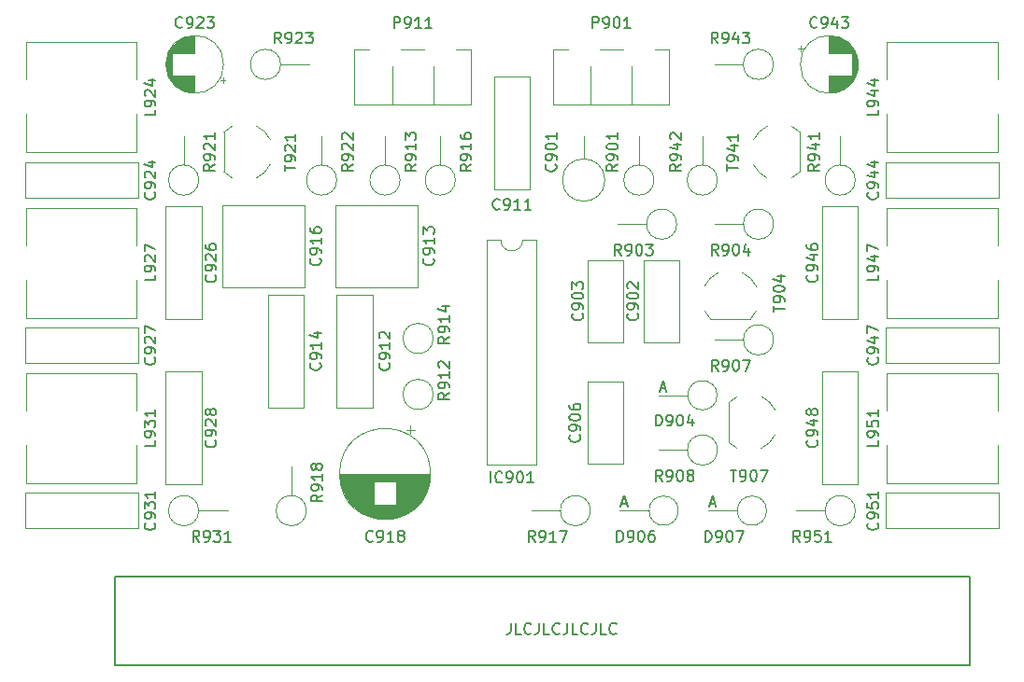
<source format=gto>
G04 #@! TF.GenerationSoftware,KiCad,Pcbnew,(6.0.10)*
G04 #@! TF.CreationDate,2023-06-11T02:10:44+02:00*
G04 #@! TF.ProjectId,Stereo-Decoder-Modul,53746572-656f-42d4-9465-636f6465722d,rev?*
G04 #@! TF.SameCoordinates,Original*
G04 #@! TF.FileFunction,Legend,Top*
G04 #@! TF.FilePolarity,Positive*
%FSLAX46Y46*%
G04 Gerber Fmt 4.6, Leading zero omitted, Abs format (unit mm)*
G04 Created by KiCad (PCBNEW (6.0.10)) date 2023-06-11 02:10:44*
%MOMM*%
%LPD*%
G01*
G04 APERTURE LIST*
%ADD10C,0.120000*%
%ADD11C,0.200000*%
%ADD12C,0.150000*%
%ADD13C,1.600000*%
%ADD14O,1.600000X1.600000*%
%ADD15C,2.000000*%
%ADD16O,1.000000X3.000000*%
%ADD17R,1.600000X1.600000*%
%ADD18C,1.500000*%
%ADD19R,2.400000X1.600000*%
%ADD20O,2.400000X1.600000*%
%ADD21C,2.340000*%
G04 APERTURE END LIST*
D10*
X99000000Y-57170000D02*
X99000000Y-56750000D01*
D11*
X92380952Y-100952380D02*
X92380952Y-101666666D01*
X92333333Y-101809523D01*
X92238095Y-101904761D01*
X92095238Y-101952380D01*
X92000000Y-101952380D01*
X93333333Y-101952380D02*
X92857142Y-101952380D01*
X92857142Y-100952380D01*
X94238095Y-101857142D02*
X94190476Y-101904761D01*
X94047619Y-101952380D01*
X93952380Y-101952380D01*
X93809523Y-101904761D01*
X93714285Y-101809523D01*
X93666666Y-101714285D01*
X93619047Y-101523809D01*
X93619047Y-101380952D01*
X93666666Y-101190476D01*
X93714285Y-101095238D01*
X93809523Y-101000000D01*
X93952380Y-100952380D01*
X94047619Y-100952380D01*
X94190476Y-101000000D01*
X94238095Y-101047619D01*
X94952380Y-100952380D02*
X94952380Y-101666666D01*
X94904761Y-101809523D01*
X94809523Y-101904761D01*
X94666666Y-101952380D01*
X94571428Y-101952380D01*
X95904761Y-101952380D02*
X95428571Y-101952380D01*
X95428571Y-100952380D01*
X96809523Y-101857142D02*
X96761904Y-101904761D01*
X96619047Y-101952380D01*
X96523809Y-101952380D01*
X96380952Y-101904761D01*
X96285714Y-101809523D01*
X96238095Y-101714285D01*
X96190476Y-101523809D01*
X96190476Y-101380952D01*
X96238095Y-101190476D01*
X96285714Y-101095238D01*
X96380952Y-101000000D01*
X96523809Y-100952380D01*
X96619047Y-100952380D01*
X96761904Y-101000000D01*
X96809523Y-101047619D01*
X97523809Y-100952380D02*
X97523809Y-101666666D01*
X97476190Y-101809523D01*
X97380952Y-101904761D01*
X97238095Y-101952380D01*
X97142857Y-101952380D01*
X98476190Y-101952380D02*
X98000000Y-101952380D01*
X98000000Y-100952380D01*
X99380952Y-101857142D02*
X99333333Y-101904761D01*
X99190476Y-101952380D01*
X99095238Y-101952380D01*
X98952380Y-101904761D01*
X98857142Y-101809523D01*
X98809523Y-101714285D01*
X98761904Y-101523809D01*
X98761904Y-101380952D01*
X98809523Y-101190476D01*
X98857142Y-101095238D01*
X98952380Y-101000000D01*
X99095238Y-100952380D01*
X99190476Y-100952380D01*
X99333333Y-101000000D01*
X99380952Y-101047619D01*
X100095238Y-100952380D02*
X100095238Y-101666666D01*
X100047619Y-101809523D01*
X99952380Y-101904761D01*
X99809523Y-101952380D01*
X99714285Y-101952380D01*
X101047619Y-101952380D02*
X100571428Y-101952380D01*
X100571428Y-100952380D01*
X101952380Y-101857142D02*
X101904761Y-101904761D01*
X101761904Y-101952380D01*
X101666666Y-101952380D01*
X101523809Y-101904761D01*
X101428571Y-101809523D01*
X101380952Y-101714285D01*
X101333333Y-101523809D01*
X101333333Y-101380952D01*
X101380952Y-101190476D01*
X101428571Y-101095238D01*
X101523809Y-101000000D01*
X101666666Y-100952380D01*
X101761904Y-100952380D01*
X101904761Y-101000000D01*
X101952380Y-101047619D01*
D12*
X96437142Y-59329047D02*
X96484761Y-59376666D01*
X96532380Y-59519523D01*
X96532380Y-59614761D01*
X96484761Y-59757619D01*
X96389523Y-59852857D01*
X96294285Y-59900476D01*
X96103809Y-59948095D01*
X95960952Y-59948095D01*
X95770476Y-59900476D01*
X95675238Y-59852857D01*
X95580000Y-59757619D01*
X95532380Y-59614761D01*
X95532380Y-59519523D01*
X95580000Y-59376666D01*
X95627619Y-59329047D01*
X96532380Y-58852857D02*
X96532380Y-58662380D01*
X96484761Y-58567142D01*
X96437142Y-58519523D01*
X96294285Y-58424285D01*
X96103809Y-58376666D01*
X95722857Y-58376666D01*
X95627619Y-58424285D01*
X95580000Y-58471904D01*
X95532380Y-58567142D01*
X95532380Y-58757619D01*
X95580000Y-58852857D01*
X95627619Y-58900476D01*
X95722857Y-58948095D01*
X95960952Y-58948095D01*
X96056190Y-58900476D01*
X96103809Y-58852857D01*
X96151428Y-58757619D01*
X96151428Y-58567142D01*
X96103809Y-58471904D01*
X96056190Y-58424285D01*
X95960952Y-58376666D01*
X95532380Y-57757619D02*
X95532380Y-57662380D01*
X95580000Y-57567142D01*
X95627619Y-57519523D01*
X95722857Y-57471904D01*
X95913333Y-57424285D01*
X96151428Y-57424285D01*
X96341904Y-57471904D01*
X96437142Y-57519523D01*
X96484761Y-57567142D01*
X96532380Y-57662380D01*
X96532380Y-57757619D01*
X96484761Y-57852857D01*
X96437142Y-57900476D01*
X96341904Y-57948095D01*
X96151428Y-57995714D01*
X95913333Y-57995714D01*
X95722857Y-57948095D01*
X95627619Y-57900476D01*
X95580000Y-57852857D01*
X95532380Y-57757619D01*
X96532380Y-56471904D02*
X96532380Y-57043333D01*
X96532380Y-56757619D02*
X95532380Y-56757619D01*
X95675238Y-56852857D01*
X95770476Y-56948095D01*
X95818095Y-57043333D01*
X86822380Y-74969047D02*
X86346190Y-75302380D01*
X86822380Y-75540476D02*
X85822380Y-75540476D01*
X85822380Y-75159523D01*
X85870000Y-75064285D01*
X85917619Y-75016666D01*
X86012857Y-74969047D01*
X86155714Y-74969047D01*
X86250952Y-75016666D01*
X86298571Y-75064285D01*
X86346190Y-75159523D01*
X86346190Y-75540476D01*
X86822380Y-74492857D02*
X86822380Y-74302380D01*
X86774761Y-74207142D01*
X86727142Y-74159523D01*
X86584285Y-74064285D01*
X86393809Y-74016666D01*
X86012857Y-74016666D01*
X85917619Y-74064285D01*
X85870000Y-74111904D01*
X85822380Y-74207142D01*
X85822380Y-74397619D01*
X85870000Y-74492857D01*
X85917619Y-74540476D01*
X86012857Y-74588095D01*
X86250952Y-74588095D01*
X86346190Y-74540476D01*
X86393809Y-74492857D01*
X86441428Y-74397619D01*
X86441428Y-74207142D01*
X86393809Y-74111904D01*
X86346190Y-74064285D01*
X86250952Y-74016666D01*
X86822380Y-73064285D02*
X86822380Y-73635714D01*
X86822380Y-73350000D02*
X85822380Y-73350000D01*
X85965238Y-73445238D01*
X86060476Y-73540476D01*
X86108095Y-73635714D01*
X86155714Y-72207142D02*
X86822380Y-72207142D01*
X85774761Y-72445238D02*
X86489047Y-72683333D01*
X86489047Y-72064285D01*
X105534523Y-83058751D02*
X105534523Y-82058751D01*
X105772619Y-82058751D01*
X105915476Y-82106371D01*
X106010714Y-82201609D01*
X106058333Y-82296847D01*
X106105952Y-82487323D01*
X106105952Y-82630180D01*
X106058333Y-82820656D01*
X106010714Y-82915894D01*
X105915476Y-83011132D01*
X105772619Y-83058751D01*
X105534523Y-83058751D01*
X106582142Y-83058751D02*
X106772619Y-83058751D01*
X106867857Y-83011132D01*
X106915476Y-82963513D01*
X107010714Y-82820656D01*
X107058333Y-82630180D01*
X107058333Y-82249228D01*
X107010714Y-82153990D01*
X106963095Y-82106371D01*
X106867857Y-82058751D01*
X106677380Y-82058751D01*
X106582142Y-82106371D01*
X106534523Y-82153990D01*
X106486904Y-82249228D01*
X106486904Y-82487323D01*
X106534523Y-82582561D01*
X106582142Y-82630180D01*
X106677380Y-82677799D01*
X106867857Y-82677799D01*
X106963095Y-82630180D01*
X107010714Y-82582561D01*
X107058333Y-82487323D01*
X107677380Y-82058751D02*
X107772619Y-82058751D01*
X107867857Y-82106371D01*
X107915476Y-82153990D01*
X107963095Y-82249228D01*
X108010714Y-82439704D01*
X108010714Y-82677799D01*
X107963095Y-82868275D01*
X107915476Y-82963513D01*
X107867857Y-83011132D01*
X107772619Y-83058751D01*
X107677380Y-83058751D01*
X107582142Y-83011132D01*
X107534523Y-82963513D01*
X107486904Y-82868275D01*
X107439285Y-82677799D01*
X107439285Y-82439704D01*
X107486904Y-82249228D01*
X107534523Y-82153990D01*
X107582142Y-82106371D01*
X107677380Y-82058751D01*
X108867857Y-82392085D02*
X108867857Y-83058751D01*
X108629761Y-82011132D02*
X108391666Y-82725418D01*
X109010714Y-82725418D01*
X105946904Y-79646666D02*
X106423095Y-79646666D01*
X105851666Y-79932380D02*
X106185000Y-78932380D01*
X106518333Y-79932380D01*
X85357142Y-67869047D02*
X85404761Y-67916666D01*
X85452380Y-68059523D01*
X85452380Y-68154761D01*
X85404761Y-68297619D01*
X85309523Y-68392857D01*
X85214285Y-68440476D01*
X85023809Y-68488095D01*
X84880952Y-68488095D01*
X84690476Y-68440476D01*
X84595238Y-68392857D01*
X84500000Y-68297619D01*
X84452380Y-68154761D01*
X84452380Y-68059523D01*
X84500000Y-67916666D01*
X84547619Y-67869047D01*
X85452380Y-67392857D02*
X85452380Y-67202380D01*
X85404761Y-67107142D01*
X85357142Y-67059523D01*
X85214285Y-66964285D01*
X85023809Y-66916666D01*
X84642857Y-66916666D01*
X84547619Y-66964285D01*
X84500000Y-67011904D01*
X84452380Y-67107142D01*
X84452380Y-67297619D01*
X84500000Y-67392857D01*
X84547619Y-67440476D01*
X84642857Y-67488095D01*
X84880952Y-67488095D01*
X84976190Y-67440476D01*
X85023809Y-67392857D01*
X85071428Y-67297619D01*
X85071428Y-67107142D01*
X85023809Y-67011904D01*
X84976190Y-66964285D01*
X84880952Y-66916666D01*
X85452380Y-65964285D02*
X85452380Y-66535714D01*
X85452380Y-66250000D02*
X84452380Y-66250000D01*
X84595238Y-66345238D01*
X84690476Y-66440476D01*
X84738095Y-66535714D01*
X84452380Y-65630952D02*
X84452380Y-65011904D01*
X84833333Y-65345238D01*
X84833333Y-65202380D01*
X84880952Y-65107142D01*
X84928571Y-65059523D01*
X85023809Y-65011904D01*
X85261904Y-65011904D01*
X85357142Y-65059523D01*
X85404761Y-65107142D01*
X85452380Y-65202380D01*
X85452380Y-65488095D01*
X85404761Y-65583333D01*
X85357142Y-65630952D01*
X64170952Y-93572380D02*
X63837619Y-93096190D01*
X63599523Y-93572380D02*
X63599523Y-92572380D01*
X63980476Y-92572380D01*
X64075714Y-92620000D01*
X64123333Y-92667619D01*
X64170952Y-92762857D01*
X64170952Y-92905714D01*
X64123333Y-93000952D01*
X64075714Y-93048571D01*
X63980476Y-93096190D01*
X63599523Y-93096190D01*
X64647142Y-93572380D02*
X64837619Y-93572380D01*
X64932857Y-93524761D01*
X64980476Y-93477142D01*
X65075714Y-93334285D01*
X65123333Y-93143809D01*
X65123333Y-92762857D01*
X65075714Y-92667619D01*
X65028095Y-92620000D01*
X64932857Y-92572380D01*
X64742380Y-92572380D01*
X64647142Y-92620000D01*
X64599523Y-92667619D01*
X64551904Y-92762857D01*
X64551904Y-93000952D01*
X64599523Y-93096190D01*
X64647142Y-93143809D01*
X64742380Y-93191428D01*
X64932857Y-93191428D01*
X65028095Y-93143809D01*
X65075714Y-93096190D01*
X65123333Y-93000952D01*
X65456666Y-92572380D02*
X66075714Y-92572380D01*
X65742380Y-92953333D01*
X65885238Y-92953333D01*
X65980476Y-93000952D01*
X66028095Y-93048571D01*
X66075714Y-93143809D01*
X66075714Y-93381904D01*
X66028095Y-93477142D01*
X65980476Y-93524761D01*
X65885238Y-93572380D01*
X65599523Y-93572380D01*
X65504285Y-93524761D01*
X65456666Y-93477142D01*
X67028095Y-93572380D02*
X66456666Y-93572380D01*
X66742380Y-93572380D02*
X66742380Y-92572380D01*
X66647142Y-92715238D01*
X66551904Y-92810476D01*
X66456666Y-92858095D01*
X88822380Y-59329047D02*
X88346190Y-59662380D01*
X88822380Y-59900476D02*
X87822380Y-59900476D01*
X87822380Y-59519523D01*
X87870000Y-59424285D01*
X87917619Y-59376666D01*
X88012857Y-59329047D01*
X88155714Y-59329047D01*
X88250952Y-59376666D01*
X88298571Y-59424285D01*
X88346190Y-59519523D01*
X88346190Y-59900476D01*
X88822380Y-58852857D02*
X88822380Y-58662380D01*
X88774761Y-58567142D01*
X88727142Y-58519523D01*
X88584285Y-58424285D01*
X88393809Y-58376666D01*
X88012857Y-58376666D01*
X87917619Y-58424285D01*
X87870000Y-58471904D01*
X87822380Y-58567142D01*
X87822380Y-58757619D01*
X87870000Y-58852857D01*
X87917619Y-58900476D01*
X88012857Y-58948095D01*
X88250952Y-58948095D01*
X88346190Y-58900476D01*
X88393809Y-58852857D01*
X88441428Y-58757619D01*
X88441428Y-58567142D01*
X88393809Y-58471904D01*
X88346190Y-58424285D01*
X88250952Y-58376666D01*
X88822380Y-57424285D02*
X88822380Y-57995714D01*
X88822380Y-57710000D02*
X87822380Y-57710000D01*
X87965238Y-57805238D01*
X88060476Y-57900476D01*
X88108095Y-57995714D01*
X87822380Y-56567142D02*
X87822380Y-56757619D01*
X87870000Y-56852857D01*
X87917619Y-56900476D01*
X88060476Y-56995714D01*
X88250952Y-57043333D01*
X88631904Y-57043333D01*
X88727142Y-56995714D01*
X88774761Y-56948095D01*
X88822380Y-56852857D01*
X88822380Y-56662380D01*
X88774761Y-56567142D01*
X88727142Y-56519523D01*
X88631904Y-56471904D01*
X88393809Y-56471904D01*
X88298571Y-56519523D01*
X88250952Y-56567142D01*
X88203333Y-56662380D01*
X88203333Y-56852857D01*
X88250952Y-56948095D01*
X88298571Y-56995714D01*
X88393809Y-57043333D01*
X75107142Y-77369047D02*
X75154761Y-77416666D01*
X75202380Y-77559523D01*
X75202380Y-77654761D01*
X75154761Y-77797619D01*
X75059523Y-77892857D01*
X74964285Y-77940476D01*
X74773809Y-77988095D01*
X74630952Y-77988095D01*
X74440476Y-77940476D01*
X74345238Y-77892857D01*
X74250000Y-77797619D01*
X74202380Y-77654761D01*
X74202380Y-77559523D01*
X74250000Y-77416666D01*
X74297619Y-77369047D01*
X75202380Y-76892857D02*
X75202380Y-76702380D01*
X75154761Y-76607142D01*
X75107142Y-76559523D01*
X74964285Y-76464285D01*
X74773809Y-76416666D01*
X74392857Y-76416666D01*
X74297619Y-76464285D01*
X74250000Y-76511904D01*
X74202380Y-76607142D01*
X74202380Y-76797619D01*
X74250000Y-76892857D01*
X74297619Y-76940476D01*
X74392857Y-76988095D01*
X74630952Y-76988095D01*
X74726190Y-76940476D01*
X74773809Y-76892857D01*
X74821428Y-76797619D01*
X74821428Y-76607142D01*
X74773809Y-76511904D01*
X74726190Y-76464285D01*
X74630952Y-76416666D01*
X75202380Y-75464285D02*
X75202380Y-76035714D01*
X75202380Y-75750000D02*
X74202380Y-75750000D01*
X74345238Y-75845238D01*
X74440476Y-75940476D01*
X74488095Y-76035714D01*
X74535714Y-74607142D02*
X75202380Y-74607142D01*
X74154761Y-74845238D02*
X74869047Y-75083333D01*
X74869047Y-74464285D01*
X125702380Y-69369047D02*
X125702380Y-69845238D01*
X124702380Y-69845238D01*
X125702380Y-68988095D02*
X125702380Y-68797619D01*
X125654761Y-68702380D01*
X125607142Y-68654761D01*
X125464285Y-68559523D01*
X125273809Y-68511904D01*
X124892857Y-68511904D01*
X124797619Y-68559523D01*
X124750000Y-68607142D01*
X124702380Y-68702380D01*
X124702380Y-68892857D01*
X124750000Y-68988095D01*
X124797619Y-69035714D01*
X124892857Y-69083333D01*
X125130952Y-69083333D01*
X125226190Y-69035714D01*
X125273809Y-68988095D01*
X125321428Y-68892857D01*
X125321428Y-68702380D01*
X125273809Y-68607142D01*
X125226190Y-68559523D01*
X125130952Y-68511904D01*
X125035714Y-67654761D02*
X125702380Y-67654761D01*
X124654761Y-67892857D02*
X125369047Y-68130952D01*
X125369047Y-67511904D01*
X124702380Y-67226190D02*
X124702380Y-66559523D01*
X125702380Y-66988095D01*
X78072380Y-59329047D02*
X77596190Y-59662380D01*
X78072380Y-59900476D02*
X77072380Y-59900476D01*
X77072380Y-59519523D01*
X77120000Y-59424285D01*
X77167619Y-59376666D01*
X77262857Y-59329047D01*
X77405714Y-59329047D01*
X77500952Y-59376666D01*
X77548571Y-59424285D01*
X77596190Y-59519523D01*
X77596190Y-59900476D01*
X78072380Y-58852857D02*
X78072380Y-58662380D01*
X78024761Y-58567142D01*
X77977142Y-58519523D01*
X77834285Y-58424285D01*
X77643809Y-58376666D01*
X77262857Y-58376666D01*
X77167619Y-58424285D01*
X77120000Y-58471904D01*
X77072380Y-58567142D01*
X77072380Y-58757619D01*
X77120000Y-58852857D01*
X77167619Y-58900476D01*
X77262857Y-58948095D01*
X77500952Y-58948095D01*
X77596190Y-58900476D01*
X77643809Y-58852857D01*
X77691428Y-58757619D01*
X77691428Y-58567142D01*
X77643809Y-58471904D01*
X77596190Y-58424285D01*
X77500952Y-58376666D01*
X77167619Y-57995714D02*
X77120000Y-57948095D01*
X77072380Y-57852857D01*
X77072380Y-57614761D01*
X77120000Y-57519523D01*
X77167619Y-57471904D01*
X77262857Y-57424285D01*
X77358095Y-57424285D01*
X77500952Y-57471904D01*
X78072380Y-58043333D01*
X78072380Y-57424285D01*
X77167619Y-57043333D02*
X77120000Y-56995714D01*
X77072380Y-56900476D01*
X77072380Y-56662380D01*
X77120000Y-56567142D01*
X77167619Y-56519523D01*
X77262857Y-56471904D01*
X77358095Y-56471904D01*
X77500952Y-56519523D01*
X78072380Y-57090952D01*
X78072380Y-56471904D01*
X111170952Y-48332380D02*
X110837619Y-47856190D01*
X110599523Y-48332380D02*
X110599523Y-47332380D01*
X110980476Y-47332380D01*
X111075714Y-47380000D01*
X111123333Y-47427619D01*
X111170952Y-47522857D01*
X111170952Y-47665714D01*
X111123333Y-47760952D01*
X111075714Y-47808571D01*
X110980476Y-47856190D01*
X110599523Y-47856190D01*
X111647142Y-48332380D02*
X111837619Y-48332380D01*
X111932857Y-48284761D01*
X111980476Y-48237142D01*
X112075714Y-48094285D01*
X112123333Y-47903809D01*
X112123333Y-47522857D01*
X112075714Y-47427619D01*
X112028095Y-47380000D01*
X111932857Y-47332380D01*
X111742380Y-47332380D01*
X111647142Y-47380000D01*
X111599523Y-47427619D01*
X111551904Y-47522857D01*
X111551904Y-47760952D01*
X111599523Y-47856190D01*
X111647142Y-47903809D01*
X111742380Y-47951428D01*
X111932857Y-47951428D01*
X112028095Y-47903809D01*
X112075714Y-47856190D01*
X112123333Y-47760952D01*
X112980476Y-47665714D02*
X112980476Y-48332380D01*
X112742380Y-47284761D02*
X112504285Y-47999047D01*
X113123333Y-47999047D01*
X113409047Y-47332380D02*
X114028095Y-47332380D01*
X113694761Y-47713333D01*
X113837619Y-47713333D01*
X113932857Y-47760952D01*
X113980476Y-47808571D01*
X114028095Y-47903809D01*
X114028095Y-48141904D01*
X113980476Y-48237142D01*
X113932857Y-48284761D01*
X113837619Y-48332380D01*
X113551904Y-48332380D01*
X113456666Y-48284761D01*
X113409047Y-48237142D01*
X110019523Y-93572380D02*
X110019523Y-92572380D01*
X110257619Y-92572380D01*
X110400476Y-92620000D01*
X110495714Y-92715238D01*
X110543333Y-92810476D01*
X110590952Y-93000952D01*
X110590952Y-93143809D01*
X110543333Y-93334285D01*
X110495714Y-93429523D01*
X110400476Y-93524761D01*
X110257619Y-93572380D01*
X110019523Y-93572380D01*
X111067142Y-93572380D02*
X111257619Y-93572380D01*
X111352857Y-93524761D01*
X111400476Y-93477142D01*
X111495714Y-93334285D01*
X111543333Y-93143809D01*
X111543333Y-92762857D01*
X111495714Y-92667619D01*
X111448095Y-92620000D01*
X111352857Y-92572380D01*
X111162380Y-92572380D01*
X111067142Y-92620000D01*
X111019523Y-92667619D01*
X110971904Y-92762857D01*
X110971904Y-93000952D01*
X111019523Y-93096190D01*
X111067142Y-93143809D01*
X111162380Y-93191428D01*
X111352857Y-93191428D01*
X111448095Y-93143809D01*
X111495714Y-93096190D01*
X111543333Y-93000952D01*
X112162380Y-92572380D02*
X112257619Y-92572380D01*
X112352857Y-92620000D01*
X112400476Y-92667619D01*
X112448095Y-92762857D01*
X112495714Y-92953333D01*
X112495714Y-93191428D01*
X112448095Y-93381904D01*
X112400476Y-93477142D01*
X112352857Y-93524761D01*
X112257619Y-93572380D01*
X112162380Y-93572380D01*
X112067142Y-93524761D01*
X112019523Y-93477142D01*
X111971904Y-93381904D01*
X111924285Y-93191428D01*
X111924285Y-92953333D01*
X111971904Y-92762857D01*
X112019523Y-92667619D01*
X112067142Y-92620000D01*
X112162380Y-92572380D01*
X112829047Y-92572380D02*
X113495714Y-92572380D01*
X113067142Y-93572380D01*
X110431904Y-90116666D02*
X110908095Y-90116666D01*
X110336666Y-90402380D02*
X110670000Y-89402380D01*
X111003333Y-90402380D01*
X102019523Y-93572380D02*
X102019523Y-92572380D01*
X102257619Y-92572380D01*
X102400476Y-92620000D01*
X102495714Y-92715238D01*
X102543333Y-92810476D01*
X102590952Y-93000952D01*
X102590952Y-93143809D01*
X102543333Y-93334285D01*
X102495714Y-93429523D01*
X102400476Y-93524761D01*
X102257619Y-93572380D01*
X102019523Y-93572380D01*
X103067142Y-93572380D02*
X103257619Y-93572380D01*
X103352857Y-93524761D01*
X103400476Y-93477142D01*
X103495714Y-93334285D01*
X103543333Y-93143809D01*
X103543333Y-92762857D01*
X103495714Y-92667619D01*
X103448095Y-92620000D01*
X103352857Y-92572380D01*
X103162380Y-92572380D01*
X103067142Y-92620000D01*
X103019523Y-92667619D01*
X102971904Y-92762857D01*
X102971904Y-93000952D01*
X103019523Y-93096190D01*
X103067142Y-93143809D01*
X103162380Y-93191428D01*
X103352857Y-93191428D01*
X103448095Y-93143809D01*
X103495714Y-93096190D01*
X103543333Y-93000952D01*
X104162380Y-92572380D02*
X104257619Y-92572380D01*
X104352857Y-92620000D01*
X104400476Y-92667619D01*
X104448095Y-92762857D01*
X104495714Y-92953333D01*
X104495714Y-93191428D01*
X104448095Y-93381904D01*
X104400476Y-93477142D01*
X104352857Y-93524761D01*
X104257619Y-93572380D01*
X104162380Y-93572380D01*
X104067142Y-93524761D01*
X104019523Y-93477142D01*
X103971904Y-93381904D01*
X103924285Y-93191428D01*
X103924285Y-92953333D01*
X103971904Y-92762857D01*
X104019523Y-92667619D01*
X104067142Y-92620000D01*
X104162380Y-92572380D01*
X105352857Y-92572380D02*
X105162380Y-92572380D01*
X105067142Y-92620000D01*
X105019523Y-92667619D01*
X104924285Y-92810476D01*
X104876666Y-93000952D01*
X104876666Y-93381904D01*
X104924285Y-93477142D01*
X104971904Y-93524761D01*
X105067142Y-93572380D01*
X105257619Y-93572380D01*
X105352857Y-93524761D01*
X105400476Y-93477142D01*
X105448095Y-93381904D01*
X105448095Y-93143809D01*
X105400476Y-93048571D01*
X105352857Y-93000952D01*
X105257619Y-92953333D01*
X105067142Y-92953333D01*
X104971904Y-93000952D01*
X104924285Y-93048571D01*
X104876666Y-93143809D01*
X102431904Y-90116666D02*
X102908095Y-90116666D01*
X102336666Y-90402380D02*
X102670000Y-89402380D01*
X103003333Y-90402380D01*
X120130952Y-46857142D02*
X120083333Y-46904761D01*
X119940476Y-46952380D01*
X119845238Y-46952380D01*
X119702380Y-46904761D01*
X119607142Y-46809523D01*
X119559523Y-46714285D01*
X119511904Y-46523809D01*
X119511904Y-46380952D01*
X119559523Y-46190476D01*
X119607142Y-46095238D01*
X119702380Y-46000000D01*
X119845238Y-45952380D01*
X119940476Y-45952380D01*
X120083333Y-46000000D01*
X120130952Y-46047619D01*
X120607142Y-46952380D02*
X120797619Y-46952380D01*
X120892857Y-46904761D01*
X120940476Y-46857142D01*
X121035714Y-46714285D01*
X121083333Y-46523809D01*
X121083333Y-46142857D01*
X121035714Y-46047619D01*
X120988095Y-46000000D01*
X120892857Y-45952380D01*
X120702380Y-45952380D01*
X120607142Y-46000000D01*
X120559523Y-46047619D01*
X120511904Y-46142857D01*
X120511904Y-46380952D01*
X120559523Y-46476190D01*
X120607142Y-46523809D01*
X120702380Y-46571428D01*
X120892857Y-46571428D01*
X120988095Y-46523809D01*
X121035714Y-46476190D01*
X121083333Y-46380952D01*
X121940476Y-46285714D02*
X121940476Y-46952380D01*
X121702380Y-45904761D02*
X121464285Y-46619047D01*
X122083333Y-46619047D01*
X122369047Y-45952380D02*
X122988095Y-45952380D01*
X122654761Y-46333333D01*
X122797619Y-46333333D01*
X122892857Y-46380952D01*
X122940476Y-46428571D01*
X122988095Y-46523809D01*
X122988095Y-46761904D01*
X122940476Y-46857142D01*
X122892857Y-46904761D01*
X122797619Y-46952380D01*
X122511904Y-46952380D01*
X122416666Y-46904761D01*
X122369047Y-46857142D01*
X65607142Y-84369047D02*
X65654761Y-84416666D01*
X65702380Y-84559523D01*
X65702380Y-84654761D01*
X65654761Y-84797619D01*
X65559523Y-84892857D01*
X65464285Y-84940476D01*
X65273809Y-84988095D01*
X65130952Y-84988095D01*
X64940476Y-84940476D01*
X64845238Y-84892857D01*
X64750000Y-84797619D01*
X64702380Y-84654761D01*
X64702380Y-84559523D01*
X64750000Y-84416666D01*
X64797619Y-84369047D01*
X65702380Y-83892857D02*
X65702380Y-83702380D01*
X65654761Y-83607142D01*
X65607142Y-83559523D01*
X65464285Y-83464285D01*
X65273809Y-83416666D01*
X64892857Y-83416666D01*
X64797619Y-83464285D01*
X64750000Y-83511904D01*
X64702380Y-83607142D01*
X64702380Y-83797619D01*
X64750000Y-83892857D01*
X64797619Y-83940476D01*
X64892857Y-83988095D01*
X65130952Y-83988095D01*
X65226190Y-83940476D01*
X65273809Y-83892857D01*
X65321428Y-83797619D01*
X65321428Y-83607142D01*
X65273809Y-83511904D01*
X65226190Y-83464285D01*
X65130952Y-83416666D01*
X64797619Y-83035714D02*
X64750000Y-82988095D01*
X64702380Y-82892857D01*
X64702380Y-82654761D01*
X64750000Y-82559523D01*
X64797619Y-82511904D01*
X64892857Y-82464285D01*
X64988095Y-82464285D01*
X65130952Y-82511904D01*
X65702380Y-83083333D01*
X65702380Y-82464285D01*
X65130952Y-81892857D02*
X65083333Y-81988095D01*
X65035714Y-82035714D01*
X64940476Y-82083333D01*
X64892857Y-82083333D01*
X64797619Y-82035714D01*
X64750000Y-81988095D01*
X64702380Y-81892857D01*
X64702380Y-81702380D01*
X64750000Y-81607142D01*
X64797619Y-81559523D01*
X64892857Y-81511904D01*
X64940476Y-81511904D01*
X65035714Y-81559523D01*
X65083333Y-81607142D01*
X65130952Y-81702380D01*
X65130952Y-81892857D01*
X65178571Y-81988095D01*
X65226190Y-82035714D01*
X65321428Y-82083333D01*
X65511904Y-82083333D01*
X65607142Y-82035714D01*
X65654761Y-81988095D01*
X65702380Y-81892857D01*
X65702380Y-81702380D01*
X65654761Y-81607142D01*
X65607142Y-81559523D01*
X65511904Y-81511904D01*
X65321428Y-81511904D01*
X65226190Y-81559523D01*
X65178571Y-81607142D01*
X65130952Y-81702380D01*
X83822380Y-59329047D02*
X83346190Y-59662380D01*
X83822380Y-59900476D02*
X82822380Y-59900476D01*
X82822380Y-59519523D01*
X82870000Y-59424285D01*
X82917619Y-59376666D01*
X83012857Y-59329047D01*
X83155714Y-59329047D01*
X83250952Y-59376666D01*
X83298571Y-59424285D01*
X83346190Y-59519523D01*
X83346190Y-59900476D01*
X83822380Y-58852857D02*
X83822380Y-58662380D01*
X83774761Y-58567142D01*
X83727142Y-58519523D01*
X83584285Y-58424285D01*
X83393809Y-58376666D01*
X83012857Y-58376666D01*
X82917619Y-58424285D01*
X82870000Y-58471904D01*
X82822380Y-58567142D01*
X82822380Y-58757619D01*
X82870000Y-58852857D01*
X82917619Y-58900476D01*
X83012857Y-58948095D01*
X83250952Y-58948095D01*
X83346190Y-58900476D01*
X83393809Y-58852857D01*
X83441428Y-58757619D01*
X83441428Y-58567142D01*
X83393809Y-58471904D01*
X83346190Y-58424285D01*
X83250952Y-58376666D01*
X83822380Y-57424285D02*
X83822380Y-57995714D01*
X83822380Y-57710000D02*
X82822380Y-57710000D01*
X82965238Y-57805238D01*
X83060476Y-57900476D01*
X83108095Y-57995714D01*
X82822380Y-57090952D02*
X82822380Y-56471904D01*
X83203333Y-56805238D01*
X83203333Y-56662380D01*
X83250952Y-56567142D01*
X83298571Y-56519523D01*
X83393809Y-56471904D01*
X83631904Y-56471904D01*
X83727142Y-56519523D01*
X83774761Y-56567142D01*
X83822380Y-56662380D01*
X83822380Y-56948095D01*
X83774761Y-57043333D01*
X83727142Y-57090952D01*
X112285714Y-87072380D02*
X112857142Y-87072380D01*
X112571428Y-88072380D02*
X112571428Y-87072380D01*
X113238095Y-88072380D02*
X113428571Y-88072380D01*
X113523809Y-88024761D01*
X113571428Y-87977142D01*
X113666666Y-87834285D01*
X113714285Y-87643809D01*
X113714285Y-87262857D01*
X113666666Y-87167619D01*
X113619047Y-87120000D01*
X113523809Y-87072380D01*
X113333333Y-87072380D01*
X113238095Y-87120000D01*
X113190476Y-87167619D01*
X113142857Y-87262857D01*
X113142857Y-87500952D01*
X113190476Y-87596190D01*
X113238095Y-87643809D01*
X113333333Y-87691428D01*
X113523809Y-87691428D01*
X113619047Y-87643809D01*
X113666666Y-87596190D01*
X113714285Y-87500952D01*
X114333333Y-87072380D02*
X114428571Y-87072380D01*
X114523809Y-87120000D01*
X114571428Y-87167619D01*
X114619047Y-87262857D01*
X114666666Y-87453333D01*
X114666666Y-87691428D01*
X114619047Y-87881904D01*
X114571428Y-87977142D01*
X114523809Y-88024761D01*
X114428571Y-88072380D01*
X114333333Y-88072380D01*
X114238095Y-88024761D01*
X114190476Y-87977142D01*
X114142857Y-87881904D01*
X114095238Y-87691428D01*
X114095238Y-87453333D01*
X114142857Y-87262857D01*
X114190476Y-87167619D01*
X114238095Y-87120000D01*
X114333333Y-87072380D01*
X115000000Y-87072380D02*
X115666666Y-87072380D01*
X115238095Y-88072380D01*
X125607142Y-76869047D02*
X125654761Y-76916666D01*
X125702380Y-77059523D01*
X125702380Y-77154761D01*
X125654761Y-77297619D01*
X125559523Y-77392857D01*
X125464285Y-77440476D01*
X125273809Y-77488095D01*
X125130952Y-77488095D01*
X124940476Y-77440476D01*
X124845238Y-77392857D01*
X124750000Y-77297619D01*
X124702380Y-77154761D01*
X124702380Y-77059523D01*
X124750000Y-76916666D01*
X124797619Y-76869047D01*
X125702380Y-76392857D02*
X125702380Y-76202380D01*
X125654761Y-76107142D01*
X125607142Y-76059523D01*
X125464285Y-75964285D01*
X125273809Y-75916666D01*
X124892857Y-75916666D01*
X124797619Y-75964285D01*
X124750000Y-76011904D01*
X124702380Y-76107142D01*
X124702380Y-76297619D01*
X124750000Y-76392857D01*
X124797619Y-76440476D01*
X124892857Y-76488095D01*
X125130952Y-76488095D01*
X125226190Y-76440476D01*
X125273809Y-76392857D01*
X125321428Y-76297619D01*
X125321428Y-76107142D01*
X125273809Y-76011904D01*
X125226190Y-75964285D01*
X125130952Y-75916666D01*
X125035714Y-75059523D02*
X125702380Y-75059523D01*
X124654761Y-75297619D02*
X125369047Y-75535714D01*
X125369047Y-74916666D01*
X124702380Y-74630952D02*
X124702380Y-73964285D01*
X125702380Y-74392857D01*
X106105952Y-88072380D02*
X105772619Y-87596190D01*
X105534523Y-88072380D02*
X105534523Y-87072380D01*
X105915476Y-87072380D01*
X106010714Y-87120000D01*
X106058333Y-87167619D01*
X106105952Y-87262857D01*
X106105952Y-87405714D01*
X106058333Y-87500952D01*
X106010714Y-87548571D01*
X105915476Y-87596190D01*
X105534523Y-87596190D01*
X106582142Y-88072380D02*
X106772619Y-88072380D01*
X106867857Y-88024761D01*
X106915476Y-87977142D01*
X107010714Y-87834285D01*
X107058333Y-87643809D01*
X107058333Y-87262857D01*
X107010714Y-87167619D01*
X106963095Y-87120000D01*
X106867857Y-87072380D01*
X106677380Y-87072380D01*
X106582142Y-87120000D01*
X106534523Y-87167619D01*
X106486904Y-87262857D01*
X106486904Y-87500952D01*
X106534523Y-87596190D01*
X106582142Y-87643809D01*
X106677380Y-87691428D01*
X106867857Y-87691428D01*
X106963095Y-87643809D01*
X107010714Y-87596190D01*
X107058333Y-87500952D01*
X107677380Y-87072380D02*
X107772619Y-87072380D01*
X107867857Y-87120000D01*
X107915476Y-87167619D01*
X107963095Y-87262857D01*
X108010714Y-87453333D01*
X108010714Y-87691428D01*
X107963095Y-87881904D01*
X107915476Y-87977142D01*
X107867857Y-88024761D01*
X107772619Y-88072380D01*
X107677380Y-88072380D01*
X107582142Y-88024761D01*
X107534523Y-87977142D01*
X107486904Y-87881904D01*
X107439285Y-87691428D01*
X107439285Y-87453333D01*
X107486904Y-87262857D01*
X107534523Y-87167619D01*
X107582142Y-87120000D01*
X107677380Y-87072380D01*
X108582142Y-87500952D02*
X108486904Y-87453333D01*
X108439285Y-87405714D01*
X108391666Y-87310476D01*
X108391666Y-87262857D01*
X108439285Y-87167619D01*
X108486904Y-87120000D01*
X108582142Y-87072380D01*
X108772619Y-87072380D01*
X108867857Y-87120000D01*
X108915476Y-87167619D01*
X108963095Y-87262857D01*
X108963095Y-87310476D01*
X108915476Y-87405714D01*
X108867857Y-87453333D01*
X108772619Y-87500952D01*
X108582142Y-87500952D01*
X108486904Y-87548571D01*
X108439285Y-87596190D01*
X108391666Y-87691428D01*
X108391666Y-87881904D01*
X108439285Y-87977142D01*
X108486904Y-88024761D01*
X108582142Y-88072380D01*
X108772619Y-88072380D01*
X108867857Y-88024761D01*
X108915476Y-87977142D01*
X108963095Y-87881904D01*
X108963095Y-87691428D01*
X108915476Y-87596190D01*
X108867857Y-87548571D01*
X108772619Y-87500952D01*
X125607142Y-91869047D02*
X125654761Y-91916666D01*
X125702380Y-92059523D01*
X125702380Y-92154761D01*
X125654761Y-92297619D01*
X125559523Y-92392857D01*
X125464285Y-92440476D01*
X125273809Y-92488095D01*
X125130952Y-92488095D01*
X124940476Y-92440476D01*
X124845238Y-92392857D01*
X124750000Y-92297619D01*
X124702380Y-92154761D01*
X124702380Y-92059523D01*
X124750000Y-91916666D01*
X124797619Y-91869047D01*
X125702380Y-91392857D02*
X125702380Y-91202380D01*
X125654761Y-91107142D01*
X125607142Y-91059523D01*
X125464285Y-90964285D01*
X125273809Y-90916666D01*
X124892857Y-90916666D01*
X124797619Y-90964285D01*
X124750000Y-91011904D01*
X124702380Y-91107142D01*
X124702380Y-91297619D01*
X124750000Y-91392857D01*
X124797619Y-91440476D01*
X124892857Y-91488095D01*
X125130952Y-91488095D01*
X125226190Y-91440476D01*
X125273809Y-91392857D01*
X125321428Y-91297619D01*
X125321428Y-91107142D01*
X125273809Y-91011904D01*
X125226190Y-90964285D01*
X125130952Y-90916666D01*
X124702380Y-90011904D02*
X124702380Y-90488095D01*
X125178571Y-90535714D01*
X125130952Y-90488095D01*
X125083333Y-90392857D01*
X125083333Y-90154761D01*
X125130952Y-90059523D01*
X125178571Y-90011904D01*
X125273809Y-89964285D01*
X125511904Y-89964285D01*
X125607142Y-90011904D01*
X125654761Y-90059523D01*
X125702380Y-90154761D01*
X125702380Y-90392857D01*
X125654761Y-90488095D01*
X125607142Y-90535714D01*
X125702380Y-89011904D02*
X125702380Y-89583333D01*
X125702380Y-89297619D02*
X124702380Y-89297619D01*
X124845238Y-89392857D01*
X124940476Y-89488095D01*
X124988095Y-89583333D01*
X90556428Y-88202380D02*
X90556428Y-87202380D01*
X91604047Y-88107142D02*
X91556428Y-88154761D01*
X91413571Y-88202380D01*
X91318333Y-88202380D01*
X91175476Y-88154761D01*
X91080238Y-88059523D01*
X91032619Y-87964285D01*
X90985000Y-87773809D01*
X90985000Y-87630952D01*
X91032619Y-87440476D01*
X91080238Y-87345238D01*
X91175476Y-87250000D01*
X91318333Y-87202380D01*
X91413571Y-87202380D01*
X91556428Y-87250000D01*
X91604047Y-87297619D01*
X92080238Y-88202380D02*
X92270714Y-88202380D01*
X92365952Y-88154761D01*
X92413571Y-88107142D01*
X92508809Y-87964285D01*
X92556428Y-87773809D01*
X92556428Y-87392857D01*
X92508809Y-87297619D01*
X92461190Y-87250000D01*
X92365952Y-87202380D01*
X92175476Y-87202380D01*
X92080238Y-87250000D01*
X92032619Y-87297619D01*
X91985000Y-87392857D01*
X91985000Y-87630952D01*
X92032619Y-87726190D01*
X92080238Y-87773809D01*
X92175476Y-87821428D01*
X92365952Y-87821428D01*
X92461190Y-87773809D01*
X92508809Y-87726190D01*
X92556428Y-87630952D01*
X93175476Y-87202380D02*
X93270714Y-87202380D01*
X93365952Y-87250000D01*
X93413571Y-87297619D01*
X93461190Y-87392857D01*
X93508809Y-87583333D01*
X93508809Y-87821428D01*
X93461190Y-88011904D01*
X93413571Y-88107142D01*
X93365952Y-88154761D01*
X93270714Y-88202380D01*
X93175476Y-88202380D01*
X93080238Y-88154761D01*
X93032619Y-88107142D01*
X92985000Y-88011904D01*
X92937380Y-87821428D01*
X92937380Y-87583333D01*
X92985000Y-87392857D01*
X93032619Y-87297619D01*
X93080238Y-87250000D01*
X93175476Y-87202380D01*
X94461190Y-88202380D02*
X93889761Y-88202380D01*
X94175476Y-88202380D02*
X94175476Y-87202380D01*
X94080238Y-87345238D01*
X93985000Y-87440476D01*
X93889761Y-87488095D01*
X120107142Y-84369047D02*
X120154761Y-84416666D01*
X120202380Y-84559523D01*
X120202380Y-84654761D01*
X120154761Y-84797619D01*
X120059523Y-84892857D01*
X119964285Y-84940476D01*
X119773809Y-84988095D01*
X119630952Y-84988095D01*
X119440476Y-84940476D01*
X119345238Y-84892857D01*
X119250000Y-84797619D01*
X119202380Y-84654761D01*
X119202380Y-84559523D01*
X119250000Y-84416666D01*
X119297619Y-84369047D01*
X120202380Y-83892857D02*
X120202380Y-83702380D01*
X120154761Y-83607142D01*
X120107142Y-83559523D01*
X119964285Y-83464285D01*
X119773809Y-83416666D01*
X119392857Y-83416666D01*
X119297619Y-83464285D01*
X119250000Y-83511904D01*
X119202380Y-83607142D01*
X119202380Y-83797619D01*
X119250000Y-83892857D01*
X119297619Y-83940476D01*
X119392857Y-83988095D01*
X119630952Y-83988095D01*
X119726190Y-83940476D01*
X119773809Y-83892857D01*
X119821428Y-83797619D01*
X119821428Y-83607142D01*
X119773809Y-83511904D01*
X119726190Y-83464285D01*
X119630952Y-83416666D01*
X119535714Y-82559523D02*
X120202380Y-82559523D01*
X119154761Y-82797619D02*
X119869047Y-83035714D01*
X119869047Y-82416666D01*
X119630952Y-81892857D02*
X119583333Y-81988095D01*
X119535714Y-82035714D01*
X119440476Y-82083333D01*
X119392857Y-82083333D01*
X119297619Y-82035714D01*
X119250000Y-81988095D01*
X119202380Y-81892857D01*
X119202380Y-81702380D01*
X119250000Y-81607142D01*
X119297619Y-81559523D01*
X119392857Y-81511904D01*
X119440476Y-81511904D01*
X119535714Y-81559523D01*
X119583333Y-81607142D01*
X119630952Y-81702380D01*
X119630952Y-81892857D01*
X119678571Y-81988095D01*
X119726190Y-82035714D01*
X119821428Y-82083333D01*
X120011904Y-82083333D01*
X120107142Y-82035714D01*
X120154761Y-81988095D01*
X120202380Y-81892857D01*
X120202380Y-81702380D01*
X120154761Y-81607142D01*
X120107142Y-81559523D01*
X120011904Y-81511904D01*
X119821428Y-81511904D01*
X119726190Y-81559523D01*
X119678571Y-81607142D01*
X119630952Y-81702380D01*
X99809523Y-46952380D02*
X99809523Y-45952380D01*
X100190476Y-45952380D01*
X100285714Y-46000000D01*
X100333333Y-46047619D01*
X100380952Y-46142857D01*
X100380952Y-46285714D01*
X100333333Y-46380952D01*
X100285714Y-46428571D01*
X100190476Y-46476190D01*
X99809523Y-46476190D01*
X100857142Y-46952380D02*
X101047619Y-46952380D01*
X101142857Y-46904761D01*
X101190476Y-46857142D01*
X101285714Y-46714285D01*
X101333333Y-46523809D01*
X101333333Y-46142857D01*
X101285714Y-46047619D01*
X101238095Y-46000000D01*
X101142857Y-45952380D01*
X100952380Y-45952380D01*
X100857142Y-46000000D01*
X100809523Y-46047619D01*
X100761904Y-46142857D01*
X100761904Y-46380952D01*
X100809523Y-46476190D01*
X100857142Y-46523809D01*
X100952380Y-46571428D01*
X101142857Y-46571428D01*
X101238095Y-46523809D01*
X101285714Y-46476190D01*
X101333333Y-46380952D01*
X101952380Y-45952380D02*
X102047619Y-45952380D01*
X102142857Y-46000000D01*
X102190476Y-46047619D01*
X102238095Y-46142857D01*
X102285714Y-46333333D01*
X102285714Y-46571428D01*
X102238095Y-46761904D01*
X102190476Y-46857142D01*
X102142857Y-46904761D01*
X102047619Y-46952380D01*
X101952380Y-46952380D01*
X101857142Y-46904761D01*
X101809523Y-46857142D01*
X101761904Y-46761904D01*
X101714285Y-46571428D01*
X101714285Y-46333333D01*
X101761904Y-46142857D01*
X101809523Y-46047619D01*
X101857142Y-46000000D01*
X101952380Y-45952380D01*
X103238095Y-46952380D02*
X102666666Y-46952380D01*
X102952380Y-46952380D02*
X102952380Y-45952380D01*
X102857142Y-46095238D01*
X102761904Y-46190476D01*
X102666666Y-46238095D01*
X65572380Y-59329047D02*
X65096190Y-59662380D01*
X65572380Y-59900476D02*
X64572380Y-59900476D01*
X64572380Y-59519523D01*
X64620000Y-59424285D01*
X64667619Y-59376666D01*
X64762857Y-59329047D01*
X64905714Y-59329047D01*
X65000952Y-59376666D01*
X65048571Y-59424285D01*
X65096190Y-59519523D01*
X65096190Y-59900476D01*
X65572380Y-58852857D02*
X65572380Y-58662380D01*
X65524761Y-58567142D01*
X65477142Y-58519523D01*
X65334285Y-58424285D01*
X65143809Y-58376666D01*
X64762857Y-58376666D01*
X64667619Y-58424285D01*
X64620000Y-58471904D01*
X64572380Y-58567142D01*
X64572380Y-58757619D01*
X64620000Y-58852857D01*
X64667619Y-58900476D01*
X64762857Y-58948095D01*
X65000952Y-58948095D01*
X65096190Y-58900476D01*
X65143809Y-58852857D01*
X65191428Y-58757619D01*
X65191428Y-58567142D01*
X65143809Y-58471904D01*
X65096190Y-58424285D01*
X65000952Y-58376666D01*
X64667619Y-57995714D02*
X64620000Y-57948095D01*
X64572380Y-57852857D01*
X64572380Y-57614761D01*
X64620000Y-57519523D01*
X64667619Y-57471904D01*
X64762857Y-57424285D01*
X64858095Y-57424285D01*
X65000952Y-57471904D01*
X65572380Y-58043333D01*
X65572380Y-57424285D01*
X65572380Y-56471904D02*
X65572380Y-57043333D01*
X65572380Y-56757619D02*
X64572380Y-56757619D01*
X64715238Y-56852857D01*
X64810476Y-56948095D01*
X64858095Y-57043333D01*
X75322380Y-89329047D02*
X74846190Y-89662380D01*
X75322380Y-89900476D02*
X74322380Y-89900476D01*
X74322380Y-89519523D01*
X74370000Y-89424285D01*
X74417619Y-89376666D01*
X74512857Y-89329047D01*
X74655714Y-89329047D01*
X74750952Y-89376666D01*
X74798571Y-89424285D01*
X74846190Y-89519523D01*
X74846190Y-89900476D01*
X75322380Y-88852857D02*
X75322380Y-88662380D01*
X75274761Y-88567142D01*
X75227142Y-88519523D01*
X75084285Y-88424285D01*
X74893809Y-88376666D01*
X74512857Y-88376666D01*
X74417619Y-88424285D01*
X74370000Y-88471904D01*
X74322380Y-88567142D01*
X74322380Y-88757619D01*
X74370000Y-88852857D01*
X74417619Y-88900476D01*
X74512857Y-88948095D01*
X74750952Y-88948095D01*
X74846190Y-88900476D01*
X74893809Y-88852857D01*
X74941428Y-88757619D01*
X74941428Y-88567142D01*
X74893809Y-88471904D01*
X74846190Y-88424285D01*
X74750952Y-88376666D01*
X75322380Y-87424285D02*
X75322380Y-87995714D01*
X75322380Y-87710000D02*
X74322380Y-87710000D01*
X74465238Y-87805238D01*
X74560476Y-87900476D01*
X74608095Y-87995714D01*
X74750952Y-86852857D02*
X74703333Y-86948095D01*
X74655714Y-86995714D01*
X74560476Y-87043333D01*
X74512857Y-87043333D01*
X74417619Y-86995714D01*
X74370000Y-86948095D01*
X74322380Y-86852857D01*
X74322380Y-86662380D01*
X74370000Y-86567142D01*
X74417619Y-86519523D01*
X74512857Y-86471904D01*
X74560476Y-86471904D01*
X74655714Y-86519523D01*
X74703333Y-86567142D01*
X74750952Y-86662380D01*
X74750952Y-86852857D01*
X74798571Y-86948095D01*
X74846190Y-86995714D01*
X74941428Y-87043333D01*
X75131904Y-87043333D01*
X75227142Y-86995714D01*
X75274761Y-86948095D01*
X75322380Y-86852857D01*
X75322380Y-86662380D01*
X75274761Y-86567142D01*
X75227142Y-86519523D01*
X75131904Y-86471904D01*
X74941428Y-86471904D01*
X74846190Y-86519523D01*
X74798571Y-86567142D01*
X74750952Y-86662380D01*
X125702380Y-84369047D02*
X125702380Y-84845238D01*
X124702380Y-84845238D01*
X125702380Y-83988095D02*
X125702380Y-83797619D01*
X125654761Y-83702380D01*
X125607142Y-83654761D01*
X125464285Y-83559523D01*
X125273809Y-83511904D01*
X124892857Y-83511904D01*
X124797619Y-83559523D01*
X124750000Y-83607142D01*
X124702380Y-83702380D01*
X124702380Y-83892857D01*
X124750000Y-83988095D01*
X124797619Y-84035714D01*
X124892857Y-84083333D01*
X125130952Y-84083333D01*
X125226190Y-84035714D01*
X125273809Y-83988095D01*
X125321428Y-83892857D01*
X125321428Y-83702380D01*
X125273809Y-83607142D01*
X125226190Y-83559523D01*
X125130952Y-83511904D01*
X124702380Y-82607142D02*
X124702380Y-83083333D01*
X125178571Y-83130952D01*
X125130952Y-83083333D01*
X125083333Y-82988095D01*
X125083333Y-82750000D01*
X125130952Y-82654761D01*
X125178571Y-82607142D01*
X125273809Y-82559523D01*
X125511904Y-82559523D01*
X125607142Y-82607142D01*
X125654761Y-82654761D01*
X125702380Y-82750000D01*
X125702380Y-82988095D01*
X125654761Y-83083333D01*
X125607142Y-83130952D01*
X125702380Y-81607142D02*
X125702380Y-82178571D01*
X125702380Y-81892857D02*
X124702380Y-81892857D01*
X124845238Y-81988095D01*
X124940476Y-82083333D01*
X124988095Y-82178571D01*
X71892380Y-59934285D02*
X71892380Y-59362857D01*
X72892380Y-59648571D02*
X71892380Y-59648571D01*
X72892380Y-58981904D02*
X72892380Y-58791428D01*
X72844761Y-58696190D01*
X72797142Y-58648571D01*
X72654285Y-58553333D01*
X72463809Y-58505714D01*
X72082857Y-58505714D01*
X71987619Y-58553333D01*
X71940000Y-58600952D01*
X71892380Y-58696190D01*
X71892380Y-58886666D01*
X71940000Y-58981904D01*
X71987619Y-59029523D01*
X72082857Y-59077142D01*
X72320952Y-59077142D01*
X72416190Y-59029523D01*
X72463809Y-58981904D01*
X72511428Y-58886666D01*
X72511428Y-58696190D01*
X72463809Y-58600952D01*
X72416190Y-58553333D01*
X72320952Y-58505714D01*
X71987619Y-58124761D02*
X71940000Y-58077142D01*
X71892380Y-57981904D01*
X71892380Y-57743809D01*
X71940000Y-57648571D01*
X71987619Y-57600952D01*
X72082857Y-57553333D01*
X72178095Y-57553333D01*
X72320952Y-57600952D01*
X72892380Y-58172380D01*
X72892380Y-57553333D01*
X72892380Y-56600952D02*
X72892380Y-57172380D01*
X72892380Y-56886666D02*
X71892380Y-56886666D01*
X72035238Y-56981904D01*
X72130476Y-57077142D01*
X72178095Y-57172380D01*
X107832380Y-59329047D02*
X107356190Y-59662380D01*
X107832380Y-59900476D02*
X106832380Y-59900476D01*
X106832380Y-59519523D01*
X106880000Y-59424285D01*
X106927619Y-59376666D01*
X107022857Y-59329047D01*
X107165714Y-59329047D01*
X107260952Y-59376666D01*
X107308571Y-59424285D01*
X107356190Y-59519523D01*
X107356190Y-59900476D01*
X107832380Y-58852857D02*
X107832380Y-58662380D01*
X107784761Y-58567142D01*
X107737142Y-58519523D01*
X107594285Y-58424285D01*
X107403809Y-58376666D01*
X107022857Y-58376666D01*
X106927619Y-58424285D01*
X106880000Y-58471904D01*
X106832380Y-58567142D01*
X106832380Y-58757619D01*
X106880000Y-58852857D01*
X106927619Y-58900476D01*
X107022857Y-58948095D01*
X107260952Y-58948095D01*
X107356190Y-58900476D01*
X107403809Y-58852857D01*
X107451428Y-58757619D01*
X107451428Y-58567142D01*
X107403809Y-58471904D01*
X107356190Y-58424285D01*
X107260952Y-58376666D01*
X107165714Y-57519523D02*
X107832380Y-57519523D01*
X106784761Y-57757619D02*
X107499047Y-57995714D01*
X107499047Y-57376666D01*
X106927619Y-57043333D02*
X106880000Y-56995714D01*
X106832380Y-56900476D01*
X106832380Y-56662380D01*
X106880000Y-56567142D01*
X106927619Y-56519523D01*
X107022857Y-56471904D01*
X107118095Y-56471904D01*
X107260952Y-56519523D01*
X107832380Y-57090952D01*
X107832380Y-56471904D01*
X94590952Y-93572380D02*
X94257619Y-93096190D01*
X94019523Y-93572380D02*
X94019523Y-92572380D01*
X94400476Y-92572380D01*
X94495714Y-92620000D01*
X94543333Y-92667619D01*
X94590952Y-92762857D01*
X94590952Y-92905714D01*
X94543333Y-93000952D01*
X94495714Y-93048571D01*
X94400476Y-93096190D01*
X94019523Y-93096190D01*
X95067142Y-93572380D02*
X95257619Y-93572380D01*
X95352857Y-93524761D01*
X95400476Y-93477142D01*
X95495714Y-93334285D01*
X95543333Y-93143809D01*
X95543333Y-92762857D01*
X95495714Y-92667619D01*
X95448095Y-92620000D01*
X95352857Y-92572380D01*
X95162380Y-92572380D01*
X95067142Y-92620000D01*
X95019523Y-92667619D01*
X94971904Y-92762857D01*
X94971904Y-93000952D01*
X95019523Y-93096190D01*
X95067142Y-93143809D01*
X95162380Y-93191428D01*
X95352857Y-93191428D01*
X95448095Y-93143809D01*
X95495714Y-93096190D01*
X95543333Y-93000952D01*
X96495714Y-93572380D02*
X95924285Y-93572380D01*
X96210000Y-93572380D02*
X96210000Y-92572380D01*
X96114761Y-92715238D01*
X96019523Y-92810476D01*
X95924285Y-92858095D01*
X96829047Y-92572380D02*
X97495714Y-92572380D01*
X97067142Y-93572380D01*
X75107142Y-67869047D02*
X75154761Y-67916666D01*
X75202380Y-68059523D01*
X75202380Y-68154761D01*
X75154761Y-68297619D01*
X75059523Y-68392857D01*
X74964285Y-68440476D01*
X74773809Y-68488095D01*
X74630952Y-68488095D01*
X74440476Y-68440476D01*
X74345238Y-68392857D01*
X74250000Y-68297619D01*
X74202380Y-68154761D01*
X74202380Y-68059523D01*
X74250000Y-67916666D01*
X74297619Y-67869047D01*
X75202380Y-67392857D02*
X75202380Y-67202380D01*
X75154761Y-67107142D01*
X75107142Y-67059523D01*
X74964285Y-66964285D01*
X74773809Y-66916666D01*
X74392857Y-66916666D01*
X74297619Y-66964285D01*
X74250000Y-67011904D01*
X74202380Y-67107142D01*
X74202380Y-67297619D01*
X74250000Y-67392857D01*
X74297619Y-67440476D01*
X74392857Y-67488095D01*
X74630952Y-67488095D01*
X74726190Y-67440476D01*
X74773809Y-67392857D01*
X74821428Y-67297619D01*
X74821428Y-67107142D01*
X74773809Y-67011904D01*
X74726190Y-66964285D01*
X74630952Y-66916666D01*
X75202380Y-65964285D02*
X75202380Y-66535714D01*
X75202380Y-66250000D02*
X74202380Y-66250000D01*
X74345238Y-66345238D01*
X74440476Y-66440476D01*
X74488095Y-66535714D01*
X74202380Y-65107142D02*
X74202380Y-65297619D01*
X74250000Y-65392857D01*
X74297619Y-65440476D01*
X74440476Y-65535714D01*
X74630952Y-65583333D01*
X75011904Y-65583333D01*
X75107142Y-65535714D01*
X75154761Y-65488095D01*
X75202380Y-65392857D01*
X75202380Y-65202380D01*
X75154761Y-65107142D01*
X75107142Y-65059523D01*
X75011904Y-65011904D01*
X74773809Y-65011904D01*
X74678571Y-65059523D01*
X74630952Y-65107142D01*
X74583333Y-65202380D01*
X74583333Y-65392857D01*
X74630952Y-65488095D01*
X74678571Y-65535714D01*
X74773809Y-65583333D01*
X79880952Y-93477142D02*
X79833333Y-93524761D01*
X79690476Y-93572380D01*
X79595238Y-93572380D01*
X79452380Y-93524761D01*
X79357142Y-93429523D01*
X79309523Y-93334285D01*
X79261904Y-93143809D01*
X79261904Y-93000952D01*
X79309523Y-92810476D01*
X79357142Y-92715238D01*
X79452380Y-92620000D01*
X79595238Y-92572380D01*
X79690476Y-92572380D01*
X79833333Y-92620000D01*
X79880952Y-92667619D01*
X80357142Y-93572380D02*
X80547619Y-93572380D01*
X80642857Y-93524761D01*
X80690476Y-93477142D01*
X80785714Y-93334285D01*
X80833333Y-93143809D01*
X80833333Y-92762857D01*
X80785714Y-92667619D01*
X80738095Y-92620000D01*
X80642857Y-92572380D01*
X80452380Y-92572380D01*
X80357142Y-92620000D01*
X80309523Y-92667619D01*
X80261904Y-92762857D01*
X80261904Y-93000952D01*
X80309523Y-93096190D01*
X80357142Y-93143809D01*
X80452380Y-93191428D01*
X80642857Y-93191428D01*
X80738095Y-93143809D01*
X80785714Y-93096190D01*
X80833333Y-93000952D01*
X81785714Y-93572380D02*
X81214285Y-93572380D01*
X81500000Y-93572380D02*
X81500000Y-92572380D01*
X81404761Y-92715238D01*
X81309523Y-92810476D01*
X81214285Y-92858095D01*
X82357142Y-93000952D02*
X82261904Y-92953333D01*
X82214285Y-92905714D01*
X82166666Y-92810476D01*
X82166666Y-92762857D01*
X82214285Y-92667619D01*
X82261904Y-92620000D01*
X82357142Y-92572380D01*
X82547619Y-92572380D01*
X82642857Y-92620000D01*
X82690476Y-92667619D01*
X82738095Y-92762857D01*
X82738095Y-92810476D01*
X82690476Y-92905714D01*
X82642857Y-92953333D01*
X82547619Y-93000952D01*
X82357142Y-93000952D01*
X82261904Y-93048571D01*
X82214285Y-93096190D01*
X82166666Y-93191428D01*
X82166666Y-93381904D01*
X82214285Y-93477142D01*
X82261904Y-93524761D01*
X82357142Y-93572380D01*
X82547619Y-93572380D01*
X82642857Y-93524761D01*
X82690476Y-93477142D01*
X82738095Y-93381904D01*
X82738095Y-93191428D01*
X82690476Y-93096190D01*
X82642857Y-93048571D01*
X82547619Y-93000952D01*
X60202380Y-54369047D02*
X60202380Y-54845238D01*
X59202380Y-54845238D01*
X60202380Y-53988095D02*
X60202380Y-53797619D01*
X60154761Y-53702380D01*
X60107142Y-53654761D01*
X59964285Y-53559523D01*
X59773809Y-53511904D01*
X59392857Y-53511904D01*
X59297619Y-53559523D01*
X59250000Y-53607142D01*
X59202380Y-53702380D01*
X59202380Y-53892857D01*
X59250000Y-53988095D01*
X59297619Y-54035714D01*
X59392857Y-54083333D01*
X59630952Y-54083333D01*
X59726190Y-54035714D01*
X59773809Y-53988095D01*
X59821428Y-53892857D01*
X59821428Y-53702380D01*
X59773809Y-53607142D01*
X59726190Y-53559523D01*
X59630952Y-53511904D01*
X59297619Y-53130952D02*
X59250000Y-53083333D01*
X59202380Y-52988095D01*
X59202380Y-52750000D01*
X59250000Y-52654761D01*
X59297619Y-52607142D01*
X59392857Y-52559523D01*
X59488095Y-52559523D01*
X59630952Y-52607142D01*
X60202380Y-53178571D01*
X60202380Y-52559523D01*
X59535714Y-51702380D02*
X60202380Y-51702380D01*
X59154761Y-51940476D02*
X59869047Y-52178571D01*
X59869047Y-51559523D01*
X125607142Y-61869047D02*
X125654761Y-61916666D01*
X125702380Y-62059523D01*
X125702380Y-62154761D01*
X125654761Y-62297619D01*
X125559523Y-62392857D01*
X125464285Y-62440476D01*
X125273809Y-62488095D01*
X125130952Y-62488095D01*
X124940476Y-62440476D01*
X124845238Y-62392857D01*
X124750000Y-62297619D01*
X124702380Y-62154761D01*
X124702380Y-62059523D01*
X124750000Y-61916666D01*
X124797619Y-61869047D01*
X125702380Y-61392857D02*
X125702380Y-61202380D01*
X125654761Y-61107142D01*
X125607142Y-61059523D01*
X125464285Y-60964285D01*
X125273809Y-60916666D01*
X124892857Y-60916666D01*
X124797619Y-60964285D01*
X124750000Y-61011904D01*
X124702380Y-61107142D01*
X124702380Y-61297619D01*
X124750000Y-61392857D01*
X124797619Y-61440476D01*
X124892857Y-61488095D01*
X125130952Y-61488095D01*
X125226190Y-61440476D01*
X125273809Y-61392857D01*
X125321428Y-61297619D01*
X125321428Y-61107142D01*
X125273809Y-61011904D01*
X125226190Y-60964285D01*
X125130952Y-60916666D01*
X125035714Y-60059523D02*
X125702380Y-60059523D01*
X124654761Y-60297619D02*
X125369047Y-60535714D01*
X125369047Y-59916666D01*
X125035714Y-59107142D02*
X125702380Y-59107142D01*
X124654761Y-59345238D02*
X125369047Y-59583333D01*
X125369047Y-58964285D01*
X125702380Y-54369047D02*
X125702380Y-54845238D01*
X124702380Y-54845238D01*
X125702380Y-53988095D02*
X125702380Y-53797619D01*
X125654761Y-53702380D01*
X125607142Y-53654761D01*
X125464285Y-53559523D01*
X125273809Y-53511904D01*
X124892857Y-53511904D01*
X124797619Y-53559523D01*
X124750000Y-53607142D01*
X124702380Y-53702380D01*
X124702380Y-53892857D01*
X124750000Y-53988095D01*
X124797619Y-54035714D01*
X124892857Y-54083333D01*
X125130952Y-54083333D01*
X125226190Y-54035714D01*
X125273809Y-53988095D01*
X125321428Y-53892857D01*
X125321428Y-53702380D01*
X125273809Y-53607142D01*
X125226190Y-53559523D01*
X125130952Y-53511904D01*
X125035714Y-52654761D02*
X125702380Y-52654761D01*
X124654761Y-52892857D02*
X125369047Y-53130952D01*
X125369047Y-52511904D01*
X125035714Y-51702380D02*
X125702380Y-51702380D01*
X124654761Y-51940476D02*
X125369047Y-52178571D01*
X125369047Y-51559523D01*
X103857142Y-72869047D02*
X103904761Y-72916666D01*
X103952380Y-73059523D01*
X103952380Y-73154761D01*
X103904761Y-73297619D01*
X103809523Y-73392857D01*
X103714285Y-73440476D01*
X103523809Y-73488095D01*
X103380952Y-73488095D01*
X103190476Y-73440476D01*
X103095238Y-73392857D01*
X103000000Y-73297619D01*
X102952380Y-73154761D01*
X102952380Y-73059523D01*
X103000000Y-72916666D01*
X103047619Y-72869047D01*
X103952380Y-72392857D02*
X103952380Y-72202380D01*
X103904761Y-72107142D01*
X103857142Y-72059523D01*
X103714285Y-71964285D01*
X103523809Y-71916666D01*
X103142857Y-71916666D01*
X103047619Y-71964285D01*
X103000000Y-72011904D01*
X102952380Y-72107142D01*
X102952380Y-72297619D01*
X103000000Y-72392857D01*
X103047619Y-72440476D01*
X103142857Y-72488095D01*
X103380952Y-72488095D01*
X103476190Y-72440476D01*
X103523809Y-72392857D01*
X103571428Y-72297619D01*
X103571428Y-72107142D01*
X103523809Y-72011904D01*
X103476190Y-71964285D01*
X103380952Y-71916666D01*
X102952380Y-71297619D02*
X102952380Y-71202380D01*
X103000000Y-71107142D01*
X103047619Y-71059523D01*
X103142857Y-71011904D01*
X103333333Y-70964285D01*
X103571428Y-70964285D01*
X103761904Y-71011904D01*
X103857142Y-71059523D01*
X103904761Y-71107142D01*
X103952380Y-71202380D01*
X103952380Y-71297619D01*
X103904761Y-71392857D01*
X103857142Y-71440476D01*
X103761904Y-71488095D01*
X103571428Y-71535714D01*
X103333333Y-71535714D01*
X103142857Y-71488095D01*
X103047619Y-71440476D01*
X103000000Y-71392857D01*
X102952380Y-71297619D01*
X103047619Y-70583333D02*
X103000000Y-70535714D01*
X102952380Y-70440476D01*
X102952380Y-70202380D01*
X103000000Y-70107142D01*
X103047619Y-70059523D01*
X103142857Y-70011904D01*
X103238095Y-70011904D01*
X103380952Y-70059523D01*
X103952380Y-70630952D01*
X103952380Y-70011904D01*
X60107142Y-76869047D02*
X60154761Y-76916666D01*
X60202380Y-77059523D01*
X60202380Y-77154761D01*
X60154761Y-77297619D01*
X60059523Y-77392857D01*
X59964285Y-77440476D01*
X59773809Y-77488095D01*
X59630952Y-77488095D01*
X59440476Y-77440476D01*
X59345238Y-77392857D01*
X59250000Y-77297619D01*
X59202380Y-77154761D01*
X59202380Y-77059523D01*
X59250000Y-76916666D01*
X59297619Y-76869047D01*
X60202380Y-76392857D02*
X60202380Y-76202380D01*
X60154761Y-76107142D01*
X60107142Y-76059523D01*
X59964285Y-75964285D01*
X59773809Y-75916666D01*
X59392857Y-75916666D01*
X59297619Y-75964285D01*
X59250000Y-76011904D01*
X59202380Y-76107142D01*
X59202380Y-76297619D01*
X59250000Y-76392857D01*
X59297619Y-76440476D01*
X59392857Y-76488095D01*
X59630952Y-76488095D01*
X59726190Y-76440476D01*
X59773809Y-76392857D01*
X59821428Y-76297619D01*
X59821428Y-76107142D01*
X59773809Y-76011904D01*
X59726190Y-75964285D01*
X59630952Y-75916666D01*
X59297619Y-75535714D02*
X59250000Y-75488095D01*
X59202380Y-75392857D01*
X59202380Y-75154761D01*
X59250000Y-75059523D01*
X59297619Y-75011904D01*
X59392857Y-74964285D01*
X59488095Y-74964285D01*
X59630952Y-75011904D01*
X60202380Y-75583333D01*
X60202380Y-74964285D01*
X59202380Y-74630952D02*
X59202380Y-73964285D01*
X60202380Y-74392857D01*
X102405952Y-67572380D02*
X102072619Y-67096190D01*
X101834523Y-67572380D02*
X101834523Y-66572380D01*
X102215476Y-66572380D01*
X102310714Y-66620000D01*
X102358333Y-66667619D01*
X102405952Y-66762857D01*
X102405952Y-66905714D01*
X102358333Y-67000952D01*
X102310714Y-67048571D01*
X102215476Y-67096190D01*
X101834523Y-67096190D01*
X102882142Y-67572380D02*
X103072619Y-67572380D01*
X103167857Y-67524761D01*
X103215476Y-67477142D01*
X103310714Y-67334285D01*
X103358333Y-67143809D01*
X103358333Y-66762857D01*
X103310714Y-66667619D01*
X103263095Y-66620000D01*
X103167857Y-66572380D01*
X102977380Y-66572380D01*
X102882142Y-66620000D01*
X102834523Y-66667619D01*
X102786904Y-66762857D01*
X102786904Y-67000952D01*
X102834523Y-67096190D01*
X102882142Y-67143809D01*
X102977380Y-67191428D01*
X103167857Y-67191428D01*
X103263095Y-67143809D01*
X103310714Y-67096190D01*
X103358333Y-67000952D01*
X103977380Y-66572380D02*
X104072619Y-66572380D01*
X104167857Y-66620000D01*
X104215476Y-66667619D01*
X104263095Y-66762857D01*
X104310714Y-66953333D01*
X104310714Y-67191428D01*
X104263095Y-67381904D01*
X104215476Y-67477142D01*
X104167857Y-67524761D01*
X104072619Y-67572380D01*
X103977380Y-67572380D01*
X103882142Y-67524761D01*
X103834523Y-67477142D01*
X103786904Y-67381904D01*
X103739285Y-67191428D01*
X103739285Y-66953333D01*
X103786904Y-66762857D01*
X103834523Y-66667619D01*
X103882142Y-66620000D01*
X103977380Y-66572380D01*
X104644047Y-66572380D02*
X105263095Y-66572380D01*
X104929761Y-66953333D01*
X105072619Y-66953333D01*
X105167857Y-67000952D01*
X105215476Y-67048571D01*
X105263095Y-67143809D01*
X105263095Y-67381904D01*
X105215476Y-67477142D01*
X105167857Y-67524761D01*
X105072619Y-67572380D01*
X104786904Y-67572380D01*
X104691666Y-67524761D01*
X104644047Y-67477142D01*
X81809523Y-46952380D02*
X81809523Y-45952380D01*
X82190476Y-45952380D01*
X82285714Y-46000000D01*
X82333333Y-46047619D01*
X82380952Y-46142857D01*
X82380952Y-46285714D01*
X82333333Y-46380952D01*
X82285714Y-46428571D01*
X82190476Y-46476190D01*
X81809523Y-46476190D01*
X82857142Y-46952380D02*
X83047619Y-46952380D01*
X83142857Y-46904761D01*
X83190476Y-46857142D01*
X83285714Y-46714285D01*
X83333333Y-46523809D01*
X83333333Y-46142857D01*
X83285714Y-46047619D01*
X83238095Y-46000000D01*
X83142857Y-45952380D01*
X82952380Y-45952380D01*
X82857142Y-46000000D01*
X82809523Y-46047619D01*
X82761904Y-46142857D01*
X82761904Y-46380952D01*
X82809523Y-46476190D01*
X82857142Y-46523809D01*
X82952380Y-46571428D01*
X83142857Y-46571428D01*
X83238095Y-46523809D01*
X83285714Y-46476190D01*
X83333333Y-46380952D01*
X84285714Y-46952380D02*
X83714285Y-46952380D01*
X84000000Y-46952380D02*
X84000000Y-45952380D01*
X83904761Y-46095238D01*
X83809523Y-46190476D01*
X83714285Y-46238095D01*
X85238095Y-46952380D02*
X84666666Y-46952380D01*
X84952380Y-46952380D02*
X84952380Y-45952380D01*
X84857142Y-46095238D01*
X84761904Y-46190476D01*
X84666666Y-46238095D01*
X98857142Y-72869047D02*
X98904761Y-72916666D01*
X98952380Y-73059523D01*
X98952380Y-73154761D01*
X98904761Y-73297619D01*
X98809523Y-73392857D01*
X98714285Y-73440476D01*
X98523809Y-73488095D01*
X98380952Y-73488095D01*
X98190476Y-73440476D01*
X98095238Y-73392857D01*
X98000000Y-73297619D01*
X97952380Y-73154761D01*
X97952380Y-73059523D01*
X98000000Y-72916666D01*
X98047619Y-72869047D01*
X98952380Y-72392857D02*
X98952380Y-72202380D01*
X98904761Y-72107142D01*
X98857142Y-72059523D01*
X98714285Y-71964285D01*
X98523809Y-71916666D01*
X98142857Y-71916666D01*
X98047619Y-71964285D01*
X98000000Y-72011904D01*
X97952380Y-72107142D01*
X97952380Y-72297619D01*
X98000000Y-72392857D01*
X98047619Y-72440476D01*
X98142857Y-72488095D01*
X98380952Y-72488095D01*
X98476190Y-72440476D01*
X98523809Y-72392857D01*
X98571428Y-72297619D01*
X98571428Y-72107142D01*
X98523809Y-72011904D01*
X98476190Y-71964285D01*
X98380952Y-71916666D01*
X97952380Y-71297619D02*
X97952380Y-71202380D01*
X98000000Y-71107142D01*
X98047619Y-71059523D01*
X98142857Y-71011904D01*
X98333333Y-70964285D01*
X98571428Y-70964285D01*
X98761904Y-71011904D01*
X98857142Y-71059523D01*
X98904761Y-71107142D01*
X98952380Y-71202380D01*
X98952380Y-71297619D01*
X98904761Y-71392857D01*
X98857142Y-71440476D01*
X98761904Y-71488095D01*
X98571428Y-71535714D01*
X98333333Y-71535714D01*
X98142857Y-71488095D01*
X98047619Y-71440476D01*
X98000000Y-71392857D01*
X97952380Y-71297619D01*
X97952380Y-70630952D02*
X97952380Y-70011904D01*
X98333333Y-70345238D01*
X98333333Y-70202380D01*
X98380952Y-70107142D01*
X98428571Y-70059523D01*
X98523809Y-70011904D01*
X98761904Y-70011904D01*
X98857142Y-70059523D01*
X98904761Y-70107142D01*
X98952380Y-70202380D01*
X98952380Y-70488095D01*
X98904761Y-70583333D01*
X98857142Y-70630952D01*
X120332380Y-59329047D02*
X119856190Y-59662380D01*
X120332380Y-59900476D02*
X119332380Y-59900476D01*
X119332380Y-59519523D01*
X119380000Y-59424285D01*
X119427619Y-59376666D01*
X119522857Y-59329047D01*
X119665714Y-59329047D01*
X119760952Y-59376666D01*
X119808571Y-59424285D01*
X119856190Y-59519523D01*
X119856190Y-59900476D01*
X120332380Y-58852857D02*
X120332380Y-58662380D01*
X120284761Y-58567142D01*
X120237142Y-58519523D01*
X120094285Y-58424285D01*
X119903809Y-58376666D01*
X119522857Y-58376666D01*
X119427619Y-58424285D01*
X119380000Y-58471904D01*
X119332380Y-58567142D01*
X119332380Y-58757619D01*
X119380000Y-58852857D01*
X119427619Y-58900476D01*
X119522857Y-58948095D01*
X119760952Y-58948095D01*
X119856190Y-58900476D01*
X119903809Y-58852857D01*
X119951428Y-58757619D01*
X119951428Y-58567142D01*
X119903809Y-58471904D01*
X119856190Y-58424285D01*
X119760952Y-58376666D01*
X119665714Y-57519523D02*
X120332380Y-57519523D01*
X119284761Y-57757619D02*
X119999047Y-57995714D01*
X119999047Y-57376666D01*
X120332380Y-56471904D02*
X120332380Y-57043333D01*
X120332380Y-56757619D02*
X119332380Y-56757619D01*
X119475238Y-56852857D01*
X119570476Y-56948095D01*
X119618095Y-57043333D01*
X111185952Y-78072380D02*
X110852619Y-77596190D01*
X110614523Y-78072380D02*
X110614523Y-77072380D01*
X110995476Y-77072380D01*
X111090714Y-77120000D01*
X111138333Y-77167619D01*
X111185952Y-77262857D01*
X111185952Y-77405714D01*
X111138333Y-77500952D01*
X111090714Y-77548571D01*
X110995476Y-77596190D01*
X110614523Y-77596190D01*
X111662142Y-78072380D02*
X111852619Y-78072380D01*
X111947857Y-78024761D01*
X111995476Y-77977142D01*
X112090714Y-77834285D01*
X112138333Y-77643809D01*
X112138333Y-77262857D01*
X112090714Y-77167619D01*
X112043095Y-77120000D01*
X111947857Y-77072380D01*
X111757380Y-77072380D01*
X111662142Y-77120000D01*
X111614523Y-77167619D01*
X111566904Y-77262857D01*
X111566904Y-77500952D01*
X111614523Y-77596190D01*
X111662142Y-77643809D01*
X111757380Y-77691428D01*
X111947857Y-77691428D01*
X112043095Y-77643809D01*
X112090714Y-77596190D01*
X112138333Y-77500952D01*
X112757380Y-77072380D02*
X112852619Y-77072380D01*
X112947857Y-77120000D01*
X112995476Y-77167619D01*
X113043095Y-77262857D01*
X113090714Y-77453333D01*
X113090714Y-77691428D01*
X113043095Y-77881904D01*
X112995476Y-77977142D01*
X112947857Y-78024761D01*
X112852619Y-78072380D01*
X112757380Y-78072380D01*
X112662142Y-78024761D01*
X112614523Y-77977142D01*
X112566904Y-77881904D01*
X112519285Y-77691428D01*
X112519285Y-77453333D01*
X112566904Y-77262857D01*
X112614523Y-77167619D01*
X112662142Y-77120000D01*
X112757380Y-77072380D01*
X113424047Y-77072380D02*
X114090714Y-77072380D01*
X113662142Y-78072380D01*
X65607142Y-69369047D02*
X65654761Y-69416666D01*
X65702380Y-69559523D01*
X65702380Y-69654761D01*
X65654761Y-69797619D01*
X65559523Y-69892857D01*
X65464285Y-69940476D01*
X65273809Y-69988095D01*
X65130952Y-69988095D01*
X64940476Y-69940476D01*
X64845238Y-69892857D01*
X64750000Y-69797619D01*
X64702380Y-69654761D01*
X64702380Y-69559523D01*
X64750000Y-69416666D01*
X64797619Y-69369047D01*
X65702380Y-68892857D02*
X65702380Y-68702380D01*
X65654761Y-68607142D01*
X65607142Y-68559523D01*
X65464285Y-68464285D01*
X65273809Y-68416666D01*
X64892857Y-68416666D01*
X64797619Y-68464285D01*
X64750000Y-68511904D01*
X64702380Y-68607142D01*
X64702380Y-68797619D01*
X64750000Y-68892857D01*
X64797619Y-68940476D01*
X64892857Y-68988095D01*
X65130952Y-68988095D01*
X65226190Y-68940476D01*
X65273809Y-68892857D01*
X65321428Y-68797619D01*
X65321428Y-68607142D01*
X65273809Y-68511904D01*
X65226190Y-68464285D01*
X65130952Y-68416666D01*
X64797619Y-68035714D02*
X64750000Y-67988095D01*
X64702380Y-67892857D01*
X64702380Y-67654761D01*
X64750000Y-67559523D01*
X64797619Y-67511904D01*
X64892857Y-67464285D01*
X64988095Y-67464285D01*
X65130952Y-67511904D01*
X65702380Y-68083333D01*
X65702380Y-67464285D01*
X64702380Y-66607142D02*
X64702380Y-66797619D01*
X64750000Y-66892857D01*
X64797619Y-66940476D01*
X64940476Y-67035714D01*
X65130952Y-67083333D01*
X65511904Y-67083333D01*
X65607142Y-67035714D01*
X65654761Y-66988095D01*
X65702380Y-66892857D01*
X65702380Y-66702380D01*
X65654761Y-66607142D01*
X65607142Y-66559523D01*
X65511904Y-66511904D01*
X65273809Y-66511904D01*
X65178571Y-66559523D01*
X65130952Y-66607142D01*
X65083333Y-66702380D01*
X65083333Y-66892857D01*
X65130952Y-66988095D01*
X65178571Y-67035714D01*
X65273809Y-67083333D01*
X62630952Y-46857142D02*
X62583333Y-46904761D01*
X62440476Y-46952380D01*
X62345238Y-46952380D01*
X62202380Y-46904761D01*
X62107142Y-46809523D01*
X62059523Y-46714285D01*
X62011904Y-46523809D01*
X62011904Y-46380952D01*
X62059523Y-46190476D01*
X62107142Y-46095238D01*
X62202380Y-46000000D01*
X62345238Y-45952380D01*
X62440476Y-45952380D01*
X62583333Y-46000000D01*
X62630952Y-46047619D01*
X63107142Y-46952380D02*
X63297619Y-46952380D01*
X63392857Y-46904761D01*
X63440476Y-46857142D01*
X63535714Y-46714285D01*
X63583333Y-46523809D01*
X63583333Y-46142857D01*
X63535714Y-46047619D01*
X63488095Y-46000000D01*
X63392857Y-45952380D01*
X63202380Y-45952380D01*
X63107142Y-46000000D01*
X63059523Y-46047619D01*
X63011904Y-46142857D01*
X63011904Y-46380952D01*
X63059523Y-46476190D01*
X63107142Y-46523809D01*
X63202380Y-46571428D01*
X63392857Y-46571428D01*
X63488095Y-46523809D01*
X63535714Y-46476190D01*
X63583333Y-46380952D01*
X63964285Y-46047619D02*
X64011904Y-46000000D01*
X64107142Y-45952380D01*
X64345238Y-45952380D01*
X64440476Y-46000000D01*
X64488095Y-46047619D01*
X64535714Y-46142857D01*
X64535714Y-46238095D01*
X64488095Y-46380952D01*
X63916666Y-46952380D01*
X64535714Y-46952380D01*
X64869047Y-45952380D02*
X65488095Y-45952380D01*
X65154761Y-46333333D01*
X65297619Y-46333333D01*
X65392857Y-46380952D01*
X65440476Y-46428571D01*
X65488095Y-46523809D01*
X65488095Y-46761904D01*
X65440476Y-46857142D01*
X65392857Y-46904761D01*
X65297619Y-46952380D01*
X65011904Y-46952380D01*
X64916666Y-46904761D01*
X64869047Y-46857142D01*
X98607142Y-83899047D02*
X98654761Y-83946666D01*
X98702380Y-84089523D01*
X98702380Y-84184761D01*
X98654761Y-84327619D01*
X98559523Y-84422857D01*
X98464285Y-84470476D01*
X98273809Y-84518095D01*
X98130952Y-84518095D01*
X97940476Y-84470476D01*
X97845238Y-84422857D01*
X97750000Y-84327619D01*
X97702380Y-84184761D01*
X97702380Y-84089523D01*
X97750000Y-83946666D01*
X97797619Y-83899047D01*
X98702380Y-83422857D02*
X98702380Y-83232380D01*
X98654761Y-83137142D01*
X98607142Y-83089523D01*
X98464285Y-82994285D01*
X98273809Y-82946666D01*
X97892857Y-82946666D01*
X97797619Y-82994285D01*
X97750000Y-83041904D01*
X97702380Y-83137142D01*
X97702380Y-83327619D01*
X97750000Y-83422857D01*
X97797619Y-83470476D01*
X97892857Y-83518095D01*
X98130952Y-83518095D01*
X98226190Y-83470476D01*
X98273809Y-83422857D01*
X98321428Y-83327619D01*
X98321428Y-83137142D01*
X98273809Y-83041904D01*
X98226190Y-82994285D01*
X98130952Y-82946666D01*
X97702380Y-82327619D02*
X97702380Y-82232380D01*
X97750000Y-82137142D01*
X97797619Y-82089523D01*
X97892857Y-82041904D01*
X98083333Y-81994285D01*
X98321428Y-81994285D01*
X98511904Y-82041904D01*
X98607142Y-82089523D01*
X98654761Y-82137142D01*
X98702380Y-82232380D01*
X98702380Y-82327619D01*
X98654761Y-82422857D01*
X98607142Y-82470476D01*
X98511904Y-82518095D01*
X98321428Y-82565714D01*
X98083333Y-82565714D01*
X97892857Y-82518095D01*
X97797619Y-82470476D01*
X97750000Y-82422857D01*
X97702380Y-82327619D01*
X97702380Y-81137142D02*
X97702380Y-81327619D01*
X97750000Y-81422857D01*
X97797619Y-81470476D01*
X97940476Y-81565714D01*
X98130952Y-81613333D01*
X98511904Y-81613333D01*
X98607142Y-81565714D01*
X98654761Y-81518095D01*
X98702380Y-81422857D01*
X98702380Y-81232380D01*
X98654761Y-81137142D01*
X98607142Y-81089523D01*
X98511904Y-81041904D01*
X98273809Y-81041904D01*
X98178571Y-81089523D01*
X98130952Y-81137142D01*
X98083333Y-81232380D01*
X98083333Y-81422857D01*
X98130952Y-81518095D01*
X98178571Y-81565714D01*
X98273809Y-81613333D01*
X91380952Y-63357142D02*
X91333333Y-63404761D01*
X91190476Y-63452380D01*
X91095238Y-63452380D01*
X90952380Y-63404761D01*
X90857142Y-63309523D01*
X90809523Y-63214285D01*
X90761904Y-63023809D01*
X90761904Y-62880952D01*
X90809523Y-62690476D01*
X90857142Y-62595238D01*
X90952380Y-62500000D01*
X91095238Y-62452380D01*
X91190476Y-62452380D01*
X91333333Y-62500000D01*
X91380952Y-62547619D01*
X91857142Y-63452380D02*
X92047619Y-63452380D01*
X92142857Y-63404761D01*
X92190476Y-63357142D01*
X92285714Y-63214285D01*
X92333333Y-63023809D01*
X92333333Y-62642857D01*
X92285714Y-62547619D01*
X92238095Y-62500000D01*
X92142857Y-62452380D01*
X91952380Y-62452380D01*
X91857142Y-62500000D01*
X91809523Y-62547619D01*
X91761904Y-62642857D01*
X91761904Y-62880952D01*
X91809523Y-62976190D01*
X91857142Y-63023809D01*
X91952380Y-63071428D01*
X92142857Y-63071428D01*
X92238095Y-63023809D01*
X92285714Y-62976190D01*
X92333333Y-62880952D01*
X93285714Y-63452380D02*
X92714285Y-63452380D01*
X93000000Y-63452380D02*
X93000000Y-62452380D01*
X92904761Y-62595238D01*
X92809523Y-62690476D01*
X92714285Y-62738095D01*
X94238095Y-63452380D02*
X93666666Y-63452380D01*
X93952380Y-63452380D02*
X93952380Y-62452380D01*
X93857142Y-62595238D01*
X93761904Y-62690476D01*
X93666666Y-62738095D01*
X111185952Y-67572380D02*
X110852619Y-67096190D01*
X110614523Y-67572380D02*
X110614523Y-66572380D01*
X110995476Y-66572380D01*
X111090714Y-66620000D01*
X111138333Y-66667619D01*
X111185952Y-66762857D01*
X111185952Y-66905714D01*
X111138333Y-67000952D01*
X111090714Y-67048571D01*
X110995476Y-67096190D01*
X110614523Y-67096190D01*
X111662142Y-67572380D02*
X111852619Y-67572380D01*
X111947857Y-67524761D01*
X111995476Y-67477142D01*
X112090714Y-67334285D01*
X112138333Y-67143809D01*
X112138333Y-66762857D01*
X112090714Y-66667619D01*
X112043095Y-66620000D01*
X111947857Y-66572380D01*
X111757380Y-66572380D01*
X111662142Y-66620000D01*
X111614523Y-66667619D01*
X111566904Y-66762857D01*
X111566904Y-67000952D01*
X111614523Y-67096190D01*
X111662142Y-67143809D01*
X111757380Y-67191428D01*
X111947857Y-67191428D01*
X112043095Y-67143809D01*
X112090714Y-67096190D01*
X112138333Y-67000952D01*
X112757380Y-66572380D02*
X112852619Y-66572380D01*
X112947857Y-66620000D01*
X112995476Y-66667619D01*
X113043095Y-66762857D01*
X113090714Y-66953333D01*
X113090714Y-67191428D01*
X113043095Y-67381904D01*
X112995476Y-67477142D01*
X112947857Y-67524761D01*
X112852619Y-67572380D01*
X112757380Y-67572380D01*
X112662142Y-67524761D01*
X112614523Y-67477142D01*
X112566904Y-67381904D01*
X112519285Y-67191428D01*
X112519285Y-66953333D01*
X112566904Y-66762857D01*
X112614523Y-66667619D01*
X112662142Y-66620000D01*
X112757380Y-66572380D01*
X113947857Y-66905714D02*
X113947857Y-67572380D01*
X113709761Y-66524761D02*
X113471666Y-67239047D01*
X114090714Y-67239047D01*
X60107142Y-91869047D02*
X60154761Y-91916666D01*
X60202380Y-92059523D01*
X60202380Y-92154761D01*
X60154761Y-92297619D01*
X60059523Y-92392857D01*
X59964285Y-92440476D01*
X59773809Y-92488095D01*
X59630952Y-92488095D01*
X59440476Y-92440476D01*
X59345238Y-92392857D01*
X59250000Y-92297619D01*
X59202380Y-92154761D01*
X59202380Y-92059523D01*
X59250000Y-91916666D01*
X59297619Y-91869047D01*
X60202380Y-91392857D02*
X60202380Y-91202380D01*
X60154761Y-91107142D01*
X60107142Y-91059523D01*
X59964285Y-90964285D01*
X59773809Y-90916666D01*
X59392857Y-90916666D01*
X59297619Y-90964285D01*
X59250000Y-91011904D01*
X59202380Y-91107142D01*
X59202380Y-91297619D01*
X59250000Y-91392857D01*
X59297619Y-91440476D01*
X59392857Y-91488095D01*
X59630952Y-91488095D01*
X59726190Y-91440476D01*
X59773809Y-91392857D01*
X59821428Y-91297619D01*
X59821428Y-91107142D01*
X59773809Y-91011904D01*
X59726190Y-90964285D01*
X59630952Y-90916666D01*
X59202380Y-90583333D02*
X59202380Y-89964285D01*
X59583333Y-90297619D01*
X59583333Y-90154761D01*
X59630952Y-90059523D01*
X59678571Y-90011904D01*
X59773809Y-89964285D01*
X60011904Y-89964285D01*
X60107142Y-90011904D01*
X60154761Y-90059523D01*
X60202380Y-90154761D01*
X60202380Y-90440476D01*
X60154761Y-90535714D01*
X60107142Y-90583333D01*
X60202380Y-89011904D02*
X60202380Y-89583333D01*
X60202380Y-89297619D02*
X59202380Y-89297619D01*
X59345238Y-89392857D01*
X59440476Y-89488095D01*
X59488095Y-89583333D01*
X112012380Y-59914285D02*
X112012380Y-59342857D01*
X113012380Y-59628571D02*
X112012380Y-59628571D01*
X113012380Y-58961904D02*
X113012380Y-58771428D01*
X112964761Y-58676190D01*
X112917142Y-58628571D01*
X112774285Y-58533333D01*
X112583809Y-58485714D01*
X112202857Y-58485714D01*
X112107619Y-58533333D01*
X112060000Y-58580952D01*
X112012380Y-58676190D01*
X112012380Y-58866666D01*
X112060000Y-58961904D01*
X112107619Y-59009523D01*
X112202857Y-59057142D01*
X112440952Y-59057142D01*
X112536190Y-59009523D01*
X112583809Y-58961904D01*
X112631428Y-58866666D01*
X112631428Y-58676190D01*
X112583809Y-58580952D01*
X112536190Y-58533333D01*
X112440952Y-58485714D01*
X112345714Y-57628571D02*
X113012380Y-57628571D01*
X111964761Y-57866666D02*
X112679047Y-58104761D01*
X112679047Y-57485714D01*
X113012380Y-56580952D02*
X113012380Y-57152380D01*
X113012380Y-56866666D02*
X112012380Y-56866666D01*
X112155238Y-56961904D01*
X112250476Y-57057142D01*
X112298095Y-57152380D01*
X60202380Y-69369047D02*
X60202380Y-69845238D01*
X59202380Y-69845238D01*
X60202380Y-68988095D02*
X60202380Y-68797619D01*
X60154761Y-68702380D01*
X60107142Y-68654761D01*
X59964285Y-68559523D01*
X59773809Y-68511904D01*
X59392857Y-68511904D01*
X59297619Y-68559523D01*
X59250000Y-68607142D01*
X59202380Y-68702380D01*
X59202380Y-68892857D01*
X59250000Y-68988095D01*
X59297619Y-69035714D01*
X59392857Y-69083333D01*
X59630952Y-69083333D01*
X59726190Y-69035714D01*
X59773809Y-68988095D01*
X59821428Y-68892857D01*
X59821428Y-68702380D01*
X59773809Y-68607142D01*
X59726190Y-68559523D01*
X59630952Y-68511904D01*
X59297619Y-68130952D02*
X59250000Y-68083333D01*
X59202380Y-67988095D01*
X59202380Y-67750000D01*
X59250000Y-67654761D01*
X59297619Y-67607142D01*
X59392857Y-67559523D01*
X59488095Y-67559523D01*
X59630952Y-67607142D01*
X60202380Y-68178571D01*
X60202380Y-67559523D01*
X59202380Y-67226190D02*
X59202380Y-66559523D01*
X60202380Y-66988095D01*
X118590952Y-93572380D02*
X118257619Y-93096190D01*
X118019523Y-93572380D02*
X118019523Y-92572380D01*
X118400476Y-92572380D01*
X118495714Y-92620000D01*
X118543333Y-92667619D01*
X118590952Y-92762857D01*
X118590952Y-92905714D01*
X118543333Y-93000952D01*
X118495714Y-93048571D01*
X118400476Y-93096190D01*
X118019523Y-93096190D01*
X119067142Y-93572380D02*
X119257619Y-93572380D01*
X119352857Y-93524761D01*
X119400476Y-93477142D01*
X119495714Y-93334285D01*
X119543333Y-93143809D01*
X119543333Y-92762857D01*
X119495714Y-92667619D01*
X119448095Y-92620000D01*
X119352857Y-92572380D01*
X119162380Y-92572380D01*
X119067142Y-92620000D01*
X119019523Y-92667619D01*
X118971904Y-92762857D01*
X118971904Y-93000952D01*
X119019523Y-93096190D01*
X119067142Y-93143809D01*
X119162380Y-93191428D01*
X119352857Y-93191428D01*
X119448095Y-93143809D01*
X119495714Y-93096190D01*
X119543333Y-93000952D01*
X120448095Y-92572380D02*
X119971904Y-92572380D01*
X119924285Y-93048571D01*
X119971904Y-93000952D01*
X120067142Y-92953333D01*
X120305238Y-92953333D01*
X120400476Y-93000952D01*
X120448095Y-93048571D01*
X120495714Y-93143809D01*
X120495714Y-93381904D01*
X120448095Y-93477142D01*
X120400476Y-93524761D01*
X120305238Y-93572380D01*
X120067142Y-93572380D01*
X119971904Y-93524761D01*
X119924285Y-93477142D01*
X121448095Y-93572380D02*
X120876666Y-93572380D01*
X121162380Y-93572380D02*
X121162380Y-92572380D01*
X121067142Y-92715238D01*
X120971904Y-92810476D01*
X120876666Y-92858095D01*
X86822380Y-80049047D02*
X86346190Y-80382380D01*
X86822380Y-80620476D02*
X85822380Y-80620476D01*
X85822380Y-80239523D01*
X85870000Y-80144285D01*
X85917619Y-80096666D01*
X86012857Y-80049047D01*
X86155714Y-80049047D01*
X86250952Y-80096666D01*
X86298571Y-80144285D01*
X86346190Y-80239523D01*
X86346190Y-80620476D01*
X86822380Y-79572857D02*
X86822380Y-79382380D01*
X86774761Y-79287142D01*
X86727142Y-79239523D01*
X86584285Y-79144285D01*
X86393809Y-79096666D01*
X86012857Y-79096666D01*
X85917619Y-79144285D01*
X85870000Y-79191904D01*
X85822380Y-79287142D01*
X85822380Y-79477619D01*
X85870000Y-79572857D01*
X85917619Y-79620476D01*
X86012857Y-79668095D01*
X86250952Y-79668095D01*
X86346190Y-79620476D01*
X86393809Y-79572857D01*
X86441428Y-79477619D01*
X86441428Y-79287142D01*
X86393809Y-79191904D01*
X86346190Y-79144285D01*
X86250952Y-79096666D01*
X86822380Y-78144285D02*
X86822380Y-78715714D01*
X86822380Y-78430000D02*
X85822380Y-78430000D01*
X85965238Y-78525238D01*
X86060476Y-78620476D01*
X86108095Y-78715714D01*
X85917619Y-77763333D02*
X85870000Y-77715714D01*
X85822380Y-77620476D01*
X85822380Y-77382380D01*
X85870000Y-77287142D01*
X85917619Y-77239523D01*
X86012857Y-77191904D01*
X86108095Y-77191904D01*
X86250952Y-77239523D01*
X86822380Y-77810952D01*
X86822380Y-77191904D01*
X116202380Y-72714285D02*
X116202380Y-72142857D01*
X117202380Y-72428571D02*
X116202380Y-72428571D01*
X117202380Y-71761904D02*
X117202380Y-71571428D01*
X117154761Y-71476190D01*
X117107142Y-71428571D01*
X116964285Y-71333333D01*
X116773809Y-71285714D01*
X116392857Y-71285714D01*
X116297619Y-71333333D01*
X116250000Y-71380952D01*
X116202380Y-71476190D01*
X116202380Y-71666666D01*
X116250000Y-71761904D01*
X116297619Y-71809523D01*
X116392857Y-71857142D01*
X116630952Y-71857142D01*
X116726190Y-71809523D01*
X116773809Y-71761904D01*
X116821428Y-71666666D01*
X116821428Y-71476190D01*
X116773809Y-71380952D01*
X116726190Y-71333333D01*
X116630952Y-71285714D01*
X116202380Y-70666666D02*
X116202380Y-70571428D01*
X116250000Y-70476190D01*
X116297619Y-70428571D01*
X116392857Y-70380952D01*
X116583333Y-70333333D01*
X116821428Y-70333333D01*
X117011904Y-70380952D01*
X117107142Y-70428571D01*
X117154761Y-70476190D01*
X117202380Y-70571428D01*
X117202380Y-70666666D01*
X117154761Y-70761904D01*
X117107142Y-70809523D01*
X117011904Y-70857142D01*
X116821428Y-70904761D01*
X116583333Y-70904761D01*
X116392857Y-70857142D01*
X116297619Y-70809523D01*
X116250000Y-70761904D01*
X116202380Y-70666666D01*
X116535714Y-69476190D02*
X117202380Y-69476190D01*
X116154761Y-69714285D02*
X116869047Y-69952380D01*
X116869047Y-69333333D01*
X102082380Y-59329047D02*
X101606190Y-59662380D01*
X102082380Y-59900476D02*
X101082380Y-59900476D01*
X101082380Y-59519523D01*
X101130000Y-59424285D01*
X101177619Y-59376666D01*
X101272857Y-59329047D01*
X101415714Y-59329047D01*
X101510952Y-59376666D01*
X101558571Y-59424285D01*
X101606190Y-59519523D01*
X101606190Y-59900476D01*
X102082380Y-58852857D02*
X102082380Y-58662380D01*
X102034761Y-58567142D01*
X101987142Y-58519523D01*
X101844285Y-58424285D01*
X101653809Y-58376666D01*
X101272857Y-58376666D01*
X101177619Y-58424285D01*
X101130000Y-58471904D01*
X101082380Y-58567142D01*
X101082380Y-58757619D01*
X101130000Y-58852857D01*
X101177619Y-58900476D01*
X101272857Y-58948095D01*
X101510952Y-58948095D01*
X101606190Y-58900476D01*
X101653809Y-58852857D01*
X101701428Y-58757619D01*
X101701428Y-58567142D01*
X101653809Y-58471904D01*
X101606190Y-58424285D01*
X101510952Y-58376666D01*
X101082380Y-57757619D02*
X101082380Y-57662380D01*
X101130000Y-57567142D01*
X101177619Y-57519523D01*
X101272857Y-57471904D01*
X101463333Y-57424285D01*
X101701428Y-57424285D01*
X101891904Y-57471904D01*
X101987142Y-57519523D01*
X102034761Y-57567142D01*
X102082380Y-57662380D01*
X102082380Y-57757619D01*
X102034761Y-57852857D01*
X101987142Y-57900476D01*
X101891904Y-57948095D01*
X101701428Y-57995714D01*
X101463333Y-57995714D01*
X101272857Y-57948095D01*
X101177619Y-57900476D01*
X101130000Y-57852857D01*
X101082380Y-57757619D01*
X102082380Y-56471904D02*
X102082380Y-57043333D01*
X102082380Y-56757619D02*
X101082380Y-56757619D01*
X101225238Y-56852857D01*
X101320476Y-56948095D01*
X101368095Y-57043333D01*
X71590952Y-48332380D02*
X71257619Y-47856190D01*
X71019523Y-48332380D02*
X71019523Y-47332380D01*
X71400476Y-47332380D01*
X71495714Y-47380000D01*
X71543333Y-47427619D01*
X71590952Y-47522857D01*
X71590952Y-47665714D01*
X71543333Y-47760952D01*
X71495714Y-47808571D01*
X71400476Y-47856190D01*
X71019523Y-47856190D01*
X72067142Y-48332380D02*
X72257619Y-48332380D01*
X72352857Y-48284761D01*
X72400476Y-48237142D01*
X72495714Y-48094285D01*
X72543333Y-47903809D01*
X72543333Y-47522857D01*
X72495714Y-47427619D01*
X72448095Y-47380000D01*
X72352857Y-47332380D01*
X72162380Y-47332380D01*
X72067142Y-47380000D01*
X72019523Y-47427619D01*
X71971904Y-47522857D01*
X71971904Y-47760952D01*
X72019523Y-47856190D01*
X72067142Y-47903809D01*
X72162380Y-47951428D01*
X72352857Y-47951428D01*
X72448095Y-47903809D01*
X72495714Y-47856190D01*
X72543333Y-47760952D01*
X72924285Y-47427619D02*
X72971904Y-47380000D01*
X73067142Y-47332380D01*
X73305238Y-47332380D01*
X73400476Y-47380000D01*
X73448095Y-47427619D01*
X73495714Y-47522857D01*
X73495714Y-47618095D01*
X73448095Y-47760952D01*
X72876666Y-48332380D01*
X73495714Y-48332380D01*
X73829047Y-47332380D02*
X74448095Y-47332380D01*
X74114761Y-47713333D01*
X74257619Y-47713333D01*
X74352857Y-47760952D01*
X74400476Y-47808571D01*
X74448095Y-47903809D01*
X74448095Y-48141904D01*
X74400476Y-48237142D01*
X74352857Y-48284761D01*
X74257619Y-48332380D01*
X73971904Y-48332380D01*
X73876666Y-48284761D01*
X73829047Y-48237142D01*
X120107142Y-69369047D02*
X120154761Y-69416666D01*
X120202380Y-69559523D01*
X120202380Y-69654761D01*
X120154761Y-69797619D01*
X120059523Y-69892857D01*
X119964285Y-69940476D01*
X119773809Y-69988095D01*
X119630952Y-69988095D01*
X119440476Y-69940476D01*
X119345238Y-69892857D01*
X119250000Y-69797619D01*
X119202380Y-69654761D01*
X119202380Y-69559523D01*
X119250000Y-69416666D01*
X119297619Y-69369047D01*
X120202380Y-68892857D02*
X120202380Y-68702380D01*
X120154761Y-68607142D01*
X120107142Y-68559523D01*
X119964285Y-68464285D01*
X119773809Y-68416666D01*
X119392857Y-68416666D01*
X119297619Y-68464285D01*
X119250000Y-68511904D01*
X119202380Y-68607142D01*
X119202380Y-68797619D01*
X119250000Y-68892857D01*
X119297619Y-68940476D01*
X119392857Y-68988095D01*
X119630952Y-68988095D01*
X119726190Y-68940476D01*
X119773809Y-68892857D01*
X119821428Y-68797619D01*
X119821428Y-68607142D01*
X119773809Y-68511904D01*
X119726190Y-68464285D01*
X119630952Y-68416666D01*
X119535714Y-67559523D02*
X120202380Y-67559523D01*
X119154761Y-67797619D02*
X119869047Y-68035714D01*
X119869047Y-67416666D01*
X119202380Y-66607142D02*
X119202380Y-66797619D01*
X119250000Y-66892857D01*
X119297619Y-66940476D01*
X119440476Y-67035714D01*
X119630952Y-67083333D01*
X120011904Y-67083333D01*
X120107142Y-67035714D01*
X120154761Y-66988095D01*
X120202380Y-66892857D01*
X120202380Y-66702380D01*
X120154761Y-66607142D01*
X120107142Y-66559523D01*
X120011904Y-66511904D01*
X119773809Y-66511904D01*
X119678571Y-66559523D01*
X119630952Y-66607142D01*
X119583333Y-66702380D01*
X119583333Y-66892857D01*
X119630952Y-66988095D01*
X119678571Y-67035714D01*
X119773809Y-67083333D01*
X81357142Y-77369047D02*
X81404761Y-77416666D01*
X81452380Y-77559523D01*
X81452380Y-77654761D01*
X81404761Y-77797619D01*
X81309523Y-77892857D01*
X81214285Y-77940476D01*
X81023809Y-77988095D01*
X80880952Y-77988095D01*
X80690476Y-77940476D01*
X80595238Y-77892857D01*
X80500000Y-77797619D01*
X80452380Y-77654761D01*
X80452380Y-77559523D01*
X80500000Y-77416666D01*
X80547619Y-77369047D01*
X81452380Y-76892857D02*
X81452380Y-76702380D01*
X81404761Y-76607142D01*
X81357142Y-76559523D01*
X81214285Y-76464285D01*
X81023809Y-76416666D01*
X80642857Y-76416666D01*
X80547619Y-76464285D01*
X80500000Y-76511904D01*
X80452380Y-76607142D01*
X80452380Y-76797619D01*
X80500000Y-76892857D01*
X80547619Y-76940476D01*
X80642857Y-76988095D01*
X80880952Y-76988095D01*
X80976190Y-76940476D01*
X81023809Y-76892857D01*
X81071428Y-76797619D01*
X81071428Y-76607142D01*
X81023809Y-76511904D01*
X80976190Y-76464285D01*
X80880952Y-76416666D01*
X81452380Y-75464285D02*
X81452380Y-76035714D01*
X81452380Y-75750000D02*
X80452380Y-75750000D01*
X80595238Y-75845238D01*
X80690476Y-75940476D01*
X80738095Y-76035714D01*
X80547619Y-75083333D02*
X80500000Y-75035714D01*
X80452380Y-74940476D01*
X80452380Y-74702380D01*
X80500000Y-74607142D01*
X80547619Y-74559523D01*
X80642857Y-74511904D01*
X80738095Y-74511904D01*
X80880952Y-74559523D01*
X81452380Y-75130952D01*
X81452380Y-74511904D01*
X60202380Y-84369047D02*
X60202380Y-84845238D01*
X59202380Y-84845238D01*
X60202380Y-83988095D02*
X60202380Y-83797619D01*
X60154761Y-83702380D01*
X60107142Y-83654761D01*
X59964285Y-83559523D01*
X59773809Y-83511904D01*
X59392857Y-83511904D01*
X59297619Y-83559523D01*
X59250000Y-83607142D01*
X59202380Y-83702380D01*
X59202380Y-83892857D01*
X59250000Y-83988095D01*
X59297619Y-84035714D01*
X59392857Y-84083333D01*
X59630952Y-84083333D01*
X59726190Y-84035714D01*
X59773809Y-83988095D01*
X59821428Y-83892857D01*
X59821428Y-83702380D01*
X59773809Y-83607142D01*
X59726190Y-83559523D01*
X59630952Y-83511904D01*
X59202380Y-83178571D02*
X59202380Y-82559523D01*
X59583333Y-82892857D01*
X59583333Y-82750000D01*
X59630952Y-82654761D01*
X59678571Y-82607142D01*
X59773809Y-82559523D01*
X60011904Y-82559523D01*
X60107142Y-82607142D01*
X60154761Y-82654761D01*
X60202380Y-82750000D01*
X60202380Y-83035714D01*
X60154761Y-83130952D01*
X60107142Y-83178571D01*
X60202380Y-81607142D02*
X60202380Y-82178571D01*
X60202380Y-81892857D02*
X59202380Y-81892857D01*
X59345238Y-81988095D01*
X59440476Y-82083333D01*
X59488095Y-82178571D01*
X60107142Y-61869047D02*
X60154761Y-61916666D01*
X60202380Y-62059523D01*
X60202380Y-62154761D01*
X60154761Y-62297619D01*
X60059523Y-62392857D01*
X59964285Y-62440476D01*
X59773809Y-62488095D01*
X59630952Y-62488095D01*
X59440476Y-62440476D01*
X59345238Y-62392857D01*
X59250000Y-62297619D01*
X59202380Y-62154761D01*
X59202380Y-62059523D01*
X59250000Y-61916666D01*
X59297619Y-61869047D01*
X60202380Y-61392857D02*
X60202380Y-61202380D01*
X60154761Y-61107142D01*
X60107142Y-61059523D01*
X59964285Y-60964285D01*
X59773809Y-60916666D01*
X59392857Y-60916666D01*
X59297619Y-60964285D01*
X59250000Y-61011904D01*
X59202380Y-61107142D01*
X59202380Y-61297619D01*
X59250000Y-61392857D01*
X59297619Y-61440476D01*
X59392857Y-61488095D01*
X59630952Y-61488095D01*
X59726190Y-61440476D01*
X59773809Y-61392857D01*
X59821428Y-61297619D01*
X59821428Y-61107142D01*
X59773809Y-61011904D01*
X59726190Y-60964285D01*
X59630952Y-60916666D01*
X59297619Y-60535714D02*
X59250000Y-60488095D01*
X59202380Y-60392857D01*
X59202380Y-60154761D01*
X59250000Y-60059523D01*
X59297619Y-60011904D01*
X59392857Y-59964285D01*
X59488095Y-59964285D01*
X59630952Y-60011904D01*
X60202380Y-60583333D01*
X60202380Y-59964285D01*
X59535714Y-59107142D02*
X60202380Y-59107142D01*
X59154761Y-59345238D02*
X59869047Y-59583333D01*
X59869047Y-58964285D01*
D10*
X99000000Y-58830000D02*
X99000000Y-57170000D01*
X100920000Y-60750000D02*
G75*
G03*
X100920000Y-60750000I-1920000J0D01*
G01*
D12*
X56500000Y-104750000D02*
X134000000Y-104750000D01*
X56500000Y-104750000D02*
X56500000Y-96750000D01*
X134000000Y-104750000D02*
X134000000Y-96750000D01*
X134000000Y-96750000D02*
X56500000Y-96750000D01*
D10*
X84000000Y-73750000D02*
X84000000Y-73680000D01*
X85370000Y-75120000D02*
G75*
G03*
X85370000Y-75120000I-1370000J0D01*
G01*
X108438629Y-80280000D02*
X105785000Y-80280000D01*
X111091371Y-80280000D02*
G75*
G03*
X111091371Y-80280000I-1326371J0D01*
G01*
X83970000Y-70470000D02*
X83970000Y-63030000D01*
X76530000Y-70470000D02*
X83970000Y-70470000D01*
X76530000Y-70470000D02*
X76530000Y-63030000D01*
X76530000Y-63030000D02*
X83970000Y-63030000D01*
X64120000Y-90750000D02*
X66730000Y-90750000D01*
X64120000Y-90750000D02*
G75*
G03*
X64120000Y-90750000I-1370000J0D01*
G01*
X86000000Y-59380000D02*
X86000000Y-56770000D01*
X87370000Y-60750000D02*
G75*
G03*
X87370000Y-60750000I-1370000J0D01*
G01*
X70380000Y-71130000D02*
X73620000Y-71130000D01*
X70380000Y-81370000D02*
X70380000Y-71130000D01*
X73620000Y-81370000D02*
X73620000Y-71130000D01*
X70380000Y-81370000D02*
X73620000Y-81370000D01*
X136500000Y-63250000D02*
X136500000Y-73250000D01*
X136500000Y-73250000D02*
X126500000Y-73250000D01*
X126500000Y-63250000D02*
X136500000Y-63250000D01*
X126500000Y-73250000D02*
X126500000Y-63250000D01*
X75250000Y-59380000D02*
X75250000Y-56770000D01*
X76620000Y-60750000D02*
G75*
G03*
X76620000Y-60750000I-1370000J0D01*
G01*
X113460000Y-50250000D02*
X110850000Y-50250000D01*
X116200000Y-50250000D02*
G75*
G03*
X116200000Y-50250000I-1370000J0D01*
G01*
X112923629Y-90750000D02*
X110270000Y-90750000D01*
X115576371Y-90750000D02*
G75*
G03*
X115576371Y-90750000I-1326371J0D01*
G01*
X104923629Y-90750000D02*
X102270000Y-90750000D01*
X107576371Y-90750000D02*
G75*
G03*
X107576371Y-90750000I-1326371J0D01*
G01*
X122011000Y-51290000D02*
X122011000Y-52718000D01*
X123211000Y-51290000D02*
X123211000Y-51949000D01*
X123571000Y-49072000D02*
X123571000Y-51428000D01*
X121610000Y-47694000D02*
X121610000Y-49210000D01*
X123491000Y-48931000D02*
X123491000Y-51569000D01*
X122291000Y-47885000D02*
X122291000Y-49210000D01*
X121290000Y-51290000D02*
X121290000Y-52830000D01*
X122011000Y-47782000D02*
X122011000Y-49210000D01*
X121570000Y-47689000D02*
X121570000Y-49210000D01*
X122651000Y-51290000D02*
X122651000Y-52425000D01*
X122931000Y-48279000D02*
X122931000Y-49210000D01*
X121930000Y-47759000D02*
X121930000Y-49210000D01*
X122411000Y-47940000D02*
X122411000Y-49210000D01*
X122851000Y-48215000D02*
X122851000Y-49210000D01*
X122731000Y-48128000D02*
X122731000Y-49210000D01*
X121450000Y-51290000D02*
X121450000Y-52823000D01*
X118695225Y-48525000D02*
X118695225Y-49025000D01*
X123371000Y-48750000D02*
X123371000Y-51750000D01*
X121850000Y-47739000D02*
X121850000Y-49210000D01*
X123531000Y-48999000D02*
X123531000Y-51501000D01*
X121370000Y-51290000D02*
X121370000Y-52828000D01*
X123691000Y-49335000D02*
X123691000Y-51165000D01*
X121730000Y-51290000D02*
X121730000Y-52786000D01*
X121890000Y-47749000D02*
X121890000Y-49210000D01*
X123811000Y-49732000D02*
X123811000Y-50768000D01*
X121971000Y-47770000D02*
X121971000Y-49210000D01*
X122931000Y-51290000D02*
X122931000Y-52221000D01*
X122171000Y-47836000D02*
X122171000Y-49210000D01*
X122771000Y-48155000D02*
X122771000Y-49210000D01*
X122491000Y-47982000D02*
X122491000Y-49210000D01*
X123091000Y-51290000D02*
X123091000Y-52076000D01*
X121290000Y-47670000D02*
X121290000Y-49210000D01*
X121530000Y-47685000D02*
X121530000Y-49210000D01*
X121410000Y-51290000D02*
X121410000Y-52826000D01*
X122651000Y-48075000D02*
X122651000Y-49210000D01*
X122371000Y-47921000D02*
X122371000Y-49210000D01*
X123131000Y-51290000D02*
X123131000Y-52035000D01*
X122611000Y-51290000D02*
X122611000Y-52450000D01*
X123251000Y-51290000D02*
X123251000Y-51903000D01*
X123051000Y-51290000D02*
X123051000Y-52114000D01*
X123451000Y-48867000D02*
X123451000Y-51633000D01*
X123851000Y-49966000D02*
X123851000Y-50534000D01*
X123731000Y-49445000D02*
X123731000Y-51055000D01*
X122371000Y-51290000D02*
X122371000Y-52579000D01*
X121650000Y-47700000D02*
X121650000Y-49210000D01*
X122051000Y-51290000D02*
X122051000Y-52705000D01*
X121250000Y-51290000D02*
X121250000Y-52830000D01*
X122451000Y-47960000D02*
X122451000Y-49210000D01*
X123411000Y-48807000D02*
X123411000Y-51693000D01*
X123651000Y-49239000D02*
X123651000Y-51261000D01*
X123011000Y-48349000D02*
X123011000Y-49210000D01*
X121490000Y-47681000D02*
X121490000Y-49210000D01*
X121770000Y-51290000D02*
X121770000Y-52778000D01*
X122291000Y-51290000D02*
X122291000Y-52615000D01*
X123171000Y-48507000D02*
X123171000Y-49210000D01*
X122971000Y-48313000D02*
X122971000Y-49210000D01*
X123771000Y-49573000D02*
X123771000Y-50927000D01*
X121650000Y-51290000D02*
X121650000Y-52800000D01*
X123171000Y-51290000D02*
X123171000Y-51993000D01*
X121690000Y-51290000D02*
X121690000Y-52793000D01*
X122571000Y-51290000D02*
X122571000Y-52474000D01*
X123091000Y-48424000D02*
X123091000Y-49210000D01*
X122531000Y-48003000D02*
X122531000Y-49210000D01*
X122771000Y-51290000D02*
X122771000Y-52345000D01*
X121410000Y-47674000D02*
X121410000Y-49210000D01*
X121250000Y-47670000D02*
X121250000Y-49210000D01*
X121971000Y-51290000D02*
X121971000Y-52730000D01*
X123051000Y-48386000D02*
X123051000Y-49210000D01*
X121810000Y-47730000D02*
X121810000Y-49210000D01*
X122451000Y-51290000D02*
X122451000Y-52540000D01*
X121810000Y-51290000D02*
X121810000Y-52770000D01*
X121690000Y-47707000D02*
X121690000Y-49210000D01*
X121450000Y-47677000D02*
X121450000Y-49210000D01*
X122211000Y-51290000D02*
X122211000Y-52648000D01*
X121930000Y-51290000D02*
X121930000Y-52741000D01*
X122411000Y-51290000D02*
X122411000Y-52560000D01*
X122691000Y-48101000D02*
X122691000Y-49210000D01*
X121850000Y-51290000D02*
X121850000Y-52761000D01*
X122091000Y-47808000D02*
X122091000Y-49210000D01*
X121370000Y-47672000D02*
X121370000Y-49210000D01*
X122811000Y-51290000D02*
X122811000Y-52315000D01*
X121330000Y-47671000D02*
X121330000Y-49210000D01*
X123211000Y-48551000D02*
X123211000Y-49210000D01*
X122131000Y-51290000D02*
X122131000Y-52678000D01*
X122811000Y-48185000D02*
X122811000Y-49210000D01*
X122971000Y-51290000D02*
X122971000Y-52187000D01*
X122891000Y-48246000D02*
X122891000Y-49210000D01*
X121530000Y-51290000D02*
X121530000Y-52815000D01*
X122251000Y-51290000D02*
X122251000Y-52632000D01*
X122331000Y-47902000D02*
X122331000Y-49210000D01*
X122891000Y-51290000D02*
X122891000Y-52254000D01*
X122531000Y-51290000D02*
X122531000Y-52497000D01*
X123331000Y-48696000D02*
X123331000Y-51804000D01*
X118445225Y-48775000D02*
X118945225Y-48775000D01*
X122691000Y-51290000D02*
X122691000Y-52399000D01*
X123251000Y-48597000D02*
X123251000Y-49210000D01*
X121330000Y-51290000D02*
X121330000Y-52829000D01*
X121570000Y-51290000D02*
X121570000Y-52811000D01*
X122491000Y-51290000D02*
X122491000Y-52518000D01*
X123611000Y-49152000D02*
X123611000Y-51348000D01*
X122731000Y-51290000D02*
X122731000Y-52372000D01*
X122571000Y-48026000D02*
X122571000Y-49210000D01*
X122851000Y-51290000D02*
X122851000Y-52285000D01*
X122171000Y-51290000D02*
X122171000Y-52664000D01*
X122131000Y-47822000D02*
X122131000Y-49210000D01*
X122211000Y-47852000D02*
X122211000Y-49210000D01*
X123291000Y-48645000D02*
X123291000Y-51855000D01*
X121610000Y-51290000D02*
X121610000Y-52806000D01*
X122251000Y-47868000D02*
X122251000Y-49210000D01*
X121730000Y-47714000D02*
X121730000Y-49210000D01*
X122051000Y-47795000D02*
X122051000Y-49210000D01*
X121890000Y-51290000D02*
X121890000Y-52751000D01*
X123011000Y-51290000D02*
X123011000Y-52151000D01*
X122331000Y-51290000D02*
X122331000Y-52598000D01*
X121490000Y-51290000D02*
X121490000Y-52819000D01*
X123131000Y-48465000D02*
X123131000Y-49210000D01*
X122091000Y-51290000D02*
X122091000Y-52692000D01*
X122611000Y-48050000D02*
X122611000Y-49210000D01*
X121770000Y-47722000D02*
X121770000Y-49210000D01*
X123870000Y-50250000D02*
G75*
G03*
X123870000Y-50250000I-2620000J0D01*
G01*
X64370000Y-78130000D02*
X61130000Y-78130000D01*
X64370000Y-88370000D02*
X61130000Y-88370000D01*
X64370000Y-78130000D02*
X64370000Y-88370000D01*
X61130000Y-78130000D02*
X61130000Y-88370000D01*
X81000000Y-59380000D02*
X81000000Y-56770000D01*
X82370000Y-60750000D02*
G75*
G03*
X82370000Y-60750000I-1370000J0D01*
G01*
X112150000Y-80950000D02*
X112150000Y-84550000D01*
X116350000Y-81610000D02*
G75*
G03*
X115103842Y-80382801I-2350000J-1140000D01*
G01*
X112150000Y-84550000D02*
G75*
G03*
X112877205Y-85074184I1850000J1800000D01*
G01*
X112877205Y-80425816D02*
G75*
G03*
X112150000Y-80950000I1122795J-2324184D01*
G01*
X115098371Y-85105457D02*
G75*
G03*
X116350000Y-83860000I-1098371J2355457D01*
G01*
X136620000Y-74130000D02*
X136620000Y-77370000D01*
X126380000Y-74130000D02*
X126380000Y-77370000D01*
X126380000Y-74130000D02*
X136620000Y-74130000D01*
X126380000Y-77370000D02*
X136620000Y-77370000D01*
X108395000Y-85250000D02*
X105785000Y-85250000D01*
X111135000Y-85250000D02*
G75*
G03*
X111135000Y-85250000I-1370000J0D01*
G01*
X126380000Y-89130000D02*
X126380000Y-92370000D01*
X126380000Y-89130000D02*
X136620000Y-89130000D01*
X136620000Y-89130000D02*
X136620000Y-92370000D01*
X126380000Y-92370000D02*
X136620000Y-92370000D01*
X90235000Y-66170000D02*
X90235000Y-86610000D01*
X91485000Y-66170000D02*
X90235000Y-66170000D01*
X94735000Y-86610000D02*
X94735000Y-66170000D01*
X94735000Y-66170000D02*
X93485000Y-66170000D01*
X90235000Y-86610000D02*
X94735000Y-86610000D01*
X91485000Y-66170000D02*
G75*
G03*
X93485000Y-66170000I1000000J0D01*
G01*
X120630000Y-78130000D02*
X123870000Y-78130000D01*
X120630000Y-88370000D02*
X120630000Y-78130000D01*
X120630000Y-88370000D02*
X123870000Y-88370000D01*
X123870000Y-88370000D02*
X123870000Y-78130000D01*
X106771000Y-53920000D02*
X96230000Y-53920000D01*
X103370000Y-50381000D02*
X103370000Y-53920000D01*
X102574000Y-48879000D02*
X100425000Y-48879000D01*
X106771000Y-48879000D02*
X106771000Y-53920000D01*
X96230000Y-48879000D02*
X96230000Y-53920000D01*
X102574000Y-48879000D02*
X100425000Y-48879000D01*
X103370000Y-53920000D02*
X99630000Y-53920000D01*
X97575000Y-48879000D02*
X96230000Y-48879000D01*
X106771000Y-48879000D02*
X105426000Y-48879000D01*
X99630000Y-50381000D02*
X99630000Y-53920000D01*
X62750000Y-59380000D02*
X62750000Y-56770000D01*
X64120000Y-60750000D02*
G75*
G03*
X64120000Y-60750000I-1370000J0D01*
G01*
X72500000Y-89380000D02*
X72500000Y-86770000D01*
X73870000Y-90750000D02*
G75*
G03*
X73870000Y-90750000I-1370000J0D01*
G01*
X136500000Y-88250000D02*
X126500000Y-88250000D01*
X126500000Y-78250000D02*
X136500000Y-78250000D01*
X136500000Y-78250000D02*
X136500000Y-88250000D01*
X126500000Y-88250000D02*
X126500000Y-78250000D01*
X66400000Y-56410000D02*
X66400000Y-60010000D01*
X67127205Y-55885816D02*
G75*
G03*
X66400000Y-56410000I1122795J-2324184D01*
G01*
X70600000Y-57070000D02*
G75*
G03*
X69353842Y-55842801I-2350000J-1140000D01*
G01*
X69348371Y-60565457D02*
G75*
G03*
X70600000Y-59320000I-1098371J2355457D01*
G01*
X66400000Y-60010000D02*
G75*
G03*
X67127205Y-60534184I1850000J1800000D01*
G01*
X109750000Y-59380000D02*
X109750000Y-56770000D01*
X111120000Y-60750000D02*
G75*
G03*
X111120000Y-60750000I-1370000J0D01*
G01*
X96880000Y-90750000D02*
X94270000Y-90750000D01*
X99620000Y-90750000D02*
G75*
G03*
X99620000Y-90750000I-1370000J0D01*
G01*
X66280000Y-70470000D02*
X73720000Y-70470000D01*
X66280000Y-70470000D02*
X66280000Y-63030000D01*
X66280000Y-63030000D02*
X73720000Y-63030000D01*
X73720000Y-70470000D02*
X73720000Y-63030000D01*
X84877000Y-88701000D02*
X82040000Y-88701000D01*
X79960000Y-88861000D02*
X77179000Y-88861000D01*
X83945000Y-90261000D02*
X78055000Y-90261000D01*
X83715000Y-83410302D02*
X82915000Y-83410302D01*
X85048000Y-87940000D02*
X76952000Y-87940000D01*
X79960000Y-88261000D02*
X77006000Y-88261000D01*
X84863000Y-88741000D02*
X82040000Y-88741000D01*
X85042000Y-87980000D02*
X76958000Y-87980000D01*
X84666000Y-89221000D02*
X82040000Y-89221000D01*
X84647000Y-89261000D02*
X82040000Y-89261000D01*
X79960000Y-88821000D02*
X77165000Y-88821000D01*
X84606000Y-89341000D02*
X82040000Y-89341000D01*
X83907000Y-90301000D02*
X78093000Y-90301000D01*
X84686000Y-89181000D02*
X82040000Y-89181000D01*
X84774000Y-88981000D02*
X82040000Y-88981000D01*
X79960000Y-89461000D02*
X77460000Y-89461000D01*
X79960000Y-89141000D02*
X77296000Y-89141000D01*
X84936000Y-88501000D02*
X82040000Y-88501000D01*
X79960000Y-89261000D02*
X77353000Y-89261000D01*
X79960000Y-89821000D02*
X77691000Y-89821000D01*
X79960000Y-88741000D02*
X77137000Y-88741000D01*
X83784000Y-90421000D02*
X78216000Y-90421000D01*
X79960000Y-89661000D02*
X77582000Y-89661000D01*
X84805000Y-88901000D02*
X82040000Y-88901000D01*
X84704000Y-89141000D02*
X82040000Y-89141000D01*
X84493000Y-89541000D02*
X82040000Y-89541000D01*
X84821000Y-88861000D02*
X82040000Y-88861000D01*
X79960000Y-89621000D02*
X77556000Y-89621000D01*
X83034000Y-90981000D02*
X78966000Y-90981000D01*
X79960000Y-89981000D02*
X77811000Y-89981000D01*
X85052000Y-87900000D02*
X76948000Y-87900000D01*
X79960000Y-89101000D02*
X77278000Y-89101000D01*
X84976000Y-88341000D02*
X82040000Y-88341000D01*
X85030000Y-88060000D02*
X76970000Y-88060000D01*
X83983000Y-90221000D02*
X78017000Y-90221000D01*
X84365000Y-89741000D02*
X82040000Y-89741000D01*
X84835000Y-88821000D02*
X82040000Y-88821000D01*
X79960000Y-88341000D02*
X77024000Y-88341000D01*
X84850000Y-88781000D02*
X82040000Y-88781000D01*
X84889000Y-88661000D02*
X82040000Y-88661000D01*
X82346000Y-91301000D02*
X79654000Y-91301000D01*
X82890000Y-91061000D02*
X79110000Y-91061000D01*
X84019000Y-90181000D02*
X82040000Y-90181000D01*
X79960000Y-88621000D02*
X77098000Y-88621000D01*
X83454000Y-90701000D02*
X78546000Y-90701000D01*
X81533000Y-91501000D02*
X80467000Y-91501000D01*
X83697000Y-90501000D02*
X78303000Y-90501000D01*
X82731000Y-91141000D02*
X79269000Y-91141000D01*
X85080000Y-87500000D02*
X76920000Y-87500000D01*
X79960000Y-88781000D02*
X77150000Y-88781000D01*
X83228000Y-90861000D02*
X78772000Y-90861000D01*
X84220000Y-89941000D02*
X82040000Y-89941000D01*
X85057000Y-87860000D02*
X76943000Y-87860000D01*
X82229000Y-91341000D02*
X79771000Y-91341000D01*
X85071000Y-87700000D02*
X76929000Y-87700000D01*
X79960000Y-88981000D02*
X77226000Y-88981000D01*
X84392000Y-89701000D02*
X82040000Y-89701000D01*
X83166000Y-90901000D02*
X78834000Y-90901000D01*
X83826000Y-90381000D02*
X78174000Y-90381000D01*
X79960000Y-90141000D02*
X77945000Y-90141000D01*
X79960000Y-89221000D02*
X77334000Y-89221000D01*
X79960000Y-90101000D02*
X77910000Y-90101000D01*
X85065000Y-87780000D02*
X76935000Y-87780000D01*
X85068000Y-87740000D02*
X76932000Y-87740000D01*
X84967000Y-88381000D02*
X82040000Y-88381000D01*
X79960000Y-89501000D02*
X77483000Y-89501000D01*
X82552000Y-91221000D02*
X79448000Y-91221000D01*
X79960000Y-89181000D02*
X77314000Y-89181000D01*
X85024000Y-88100000D02*
X76976000Y-88100000D01*
X83345000Y-90781000D02*
X78655000Y-90781000D01*
X79960000Y-88381000D02*
X77033000Y-88381000D01*
X84156000Y-90021000D02*
X82040000Y-90021000D01*
X85079000Y-87540000D02*
X76921000Y-87540000D01*
X84090000Y-90101000D02*
X82040000Y-90101000D01*
X84985000Y-88301000D02*
X82040000Y-88301000D01*
X79960000Y-88901000D02*
X77195000Y-88901000D01*
X84994000Y-88261000D02*
X82040000Y-88261000D01*
X85074000Y-87660000D02*
X76926000Y-87660000D01*
X81948000Y-91421000D02*
X80052000Y-91421000D01*
X84250000Y-89901000D02*
X82040000Y-89901000D01*
X83102000Y-90941000D02*
X78898000Y-90941000D01*
X83556000Y-90621000D02*
X78444000Y-90621000D01*
X79960000Y-88421000D02*
X77043000Y-88421000D01*
X79960000Y-90061000D02*
X77876000Y-90061000D01*
X85077000Y-87580000D02*
X76923000Y-87580000D01*
X79960000Y-88941000D02*
X77210000Y-88941000D01*
X82098000Y-91381000D02*
X79902000Y-91381000D01*
X79960000Y-88181000D02*
X76990000Y-88181000D01*
X85080000Y-87420000D02*
X76920000Y-87420000D01*
X79960000Y-89381000D02*
X77416000Y-89381000D01*
X79960000Y-88701000D02*
X77123000Y-88701000D01*
X84722000Y-89101000D02*
X82040000Y-89101000D01*
X84957000Y-88421000D02*
X82040000Y-88421000D01*
X82453000Y-91261000D02*
X79547000Y-91261000D01*
X82964000Y-91021000D02*
X79036000Y-91021000D01*
X79960000Y-89741000D02*
X77635000Y-89741000D01*
X84584000Y-89381000D02*
X82040000Y-89381000D01*
X82813000Y-91101000D02*
X79187000Y-91101000D01*
X85017000Y-88141000D02*
X82040000Y-88141000D01*
X79960000Y-88301000D02*
X77015000Y-88301000D01*
X79960000Y-88141000D02*
X76983000Y-88141000D01*
X83287000Y-90821000D02*
X78713000Y-90821000D01*
X84309000Y-89821000D02*
X82040000Y-89821000D01*
X84627000Y-89301000D02*
X82040000Y-89301000D01*
X82645000Y-91181000D02*
X79355000Y-91181000D01*
X84280000Y-89861000D02*
X82040000Y-89861000D01*
X79960000Y-88661000D02*
X77111000Y-88661000D01*
X79960000Y-89581000D02*
X77531000Y-89581000D01*
X83505000Y-90661000D02*
X78495000Y-90661000D01*
X83741000Y-90461000D02*
X78259000Y-90461000D01*
X79960000Y-89941000D02*
X77780000Y-89941000D01*
X79960000Y-89541000D02*
X77507000Y-89541000D01*
X84055000Y-90141000D02*
X82040000Y-90141000D01*
X84925000Y-88541000D02*
X82040000Y-88541000D01*
X85037000Y-88020000D02*
X76963000Y-88020000D01*
X79960000Y-89021000D02*
X77243000Y-89021000D01*
X85061000Y-87820000D02*
X76939000Y-87820000D01*
X84562000Y-89421000D02*
X82040000Y-89421000D01*
X83651000Y-90541000D02*
X78349000Y-90541000D01*
X84338000Y-89781000D02*
X82040000Y-89781000D01*
X84418000Y-89661000D02*
X82040000Y-89661000D01*
X84189000Y-89981000D02*
X82040000Y-89981000D01*
X85010000Y-88181000D02*
X82040000Y-88181000D01*
X79960000Y-89781000D02*
X77662000Y-89781000D01*
X84444000Y-89621000D02*
X82040000Y-89621000D01*
X83400000Y-90741000D02*
X78600000Y-90741000D01*
X79960000Y-89701000D02*
X77608000Y-89701000D01*
X84540000Y-89461000D02*
X82040000Y-89461000D01*
X79960000Y-89421000D02*
X77438000Y-89421000D01*
X79960000Y-89341000D02*
X77394000Y-89341000D01*
X79960000Y-90181000D02*
X77981000Y-90181000D01*
X84947000Y-88461000D02*
X82040000Y-88461000D01*
X84469000Y-89581000D02*
X82040000Y-89581000D01*
X84517000Y-89501000D02*
X82040000Y-89501000D01*
X79960000Y-89301000D02*
X77373000Y-89301000D01*
X79960000Y-88541000D02*
X77075000Y-88541000D01*
X79960000Y-88581000D02*
X77086000Y-88581000D01*
X81768000Y-91461000D02*
X80232000Y-91461000D01*
X83604000Y-90581000D02*
X78396000Y-90581000D01*
X84902000Y-88621000D02*
X82040000Y-88621000D01*
X79960000Y-89901000D02*
X77750000Y-89901000D01*
X79960000Y-88501000D02*
X77064000Y-88501000D01*
X84757000Y-89021000D02*
X82040000Y-89021000D01*
X79960000Y-89061000D02*
X77260000Y-89061000D01*
X85002000Y-88221000D02*
X82040000Y-88221000D01*
X85076000Y-87620000D02*
X76924000Y-87620000D01*
X84914000Y-88581000D02*
X82040000Y-88581000D01*
X79960000Y-89861000D02*
X77720000Y-89861000D01*
X79960000Y-88461000D02*
X77053000Y-88461000D01*
X79960000Y-88221000D02*
X76998000Y-88221000D01*
X84124000Y-90061000D02*
X82040000Y-90061000D01*
X84740000Y-89061000D02*
X82040000Y-89061000D01*
X79960000Y-90021000D02*
X77844000Y-90021000D01*
X83315000Y-83010302D02*
X83315000Y-83810302D01*
X83867000Y-90341000D02*
X78133000Y-90341000D01*
X84790000Y-88941000D02*
X82040000Y-88941000D01*
X85080000Y-87460000D02*
X76920000Y-87460000D01*
X85120000Y-87420000D02*
G75*
G03*
X85120000Y-87420000I-4120000J0D01*
G01*
X48500000Y-48250000D02*
X58500000Y-48250000D01*
X48500000Y-58250000D02*
X48500000Y-48250000D01*
X58500000Y-48250000D02*
X58500000Y-58250000D01*
X58500000Y-58250000D02*
X48500000Y-58250000D01*
X136620000Y-59130000D02*
X136620000Y-62370000D01*
X126380000Y-62370000D02*
X136620000Y-62370000D01*
X126380000Y-59130000D02*
X126380000Y-62370000D01*
X126380000Y-59130000D02*
X136620000Y-59130000D01*
X136500000Y-48250000D02*
X136500000Y-58250000D01*
X136500000Y-58250000D02*
X126500000Y-58250000D01*
X126500000Y-58250000D02*
X126500000Y-48250000D01*
X126500000Y-48250000D02*
X136500000Y-48250000D01*
X107685000Y-68030000D02*
X104445000Y-68030000D01*
X107685000Y-75470000D02*
X104445000Y-75470000D01*
X104445000Y-68030000D02*
X104445000Y-75470000D01*
X107685000Y-68030000D02*
X107685000Y-75470000D01*
X58620000Y-74130000D02*
X58620000Y-77370000D01*
X48380000Y-74130000D02*
X48380000Y-77370000D01*
X48380000Y-74130000D02*
X58620000Y-74130000D01*
X48380000Y-77370000D02*
X58620000Y-77370000D01*
X104695000Y-64750000D02*
X102085000Y-64750000D01*
X107435000Y-64750000D02*
G75*
G03*
X107435000Y-64750000I-1370000J0D01*
G01*
X79575000Y-48879000D02*
X78230000Y-48879000D01*
X81630000Y-50381000D02*
X81630000Y-53920000D01*
X88771000Y-53920000D02*
X78230000Y-53920000D01*
X85370000Y-53920000D02*
X81630000Y-53920000D01*
X85370000Y-50381000D02*
X85370000Y-53920000D01*
X88771000Y-48879000D02*
X88771000Y-53920000D01*
X78230000Y-48879000D02*
X78230000Y-53920000D01*
X88771000Y-48879000D02*
X87426000Y-48879000D01*
X84574000Y-48879000D02*
X82425000Y-48879000D01*
X84574000Y-48879000D02*
X82425000Y-48879000D01*
X99380000Y-75470000D02*
X102620000Y-75470000D01*
X99380000Y-68030000D02*
X102620000Y-68030000D01*
X99380000Y-75470000D02*
X99380000Y-68030000D01*
X102620000Y-75470000D02*
X102620000Y-68030000D01*
X122250000Y-59380000D02*
X122250000Y-56770000D01*
X123620000Y-60750000D02*
G75*
G03*
X123620000Y-60750000I-1370000J0D01*
G01*
X113475000Y-75250000D02*
X110865000Y-75250000D01*
X116215000Y-75250000D02*
G75*
G03*
X116215000Y-75250000I-1370000J0D01*
G01*
X64370000Y-63130000D02*
X61130000Y-63130000D01*
X64370000Y-63130000D02*
X64370000Y-73370000D01*
X61130000Y-63130000D02*
X61130000Y-73370000D01*
X64370000Y-73370000D02*
X61130000Y-73370000D01*
X61509000Y-51569000D02*
X61509000Y-48931000D01*
X62629000Y-49210000D02*
X62629000Y-47921000D01*
X61669000Y-51804000D02*
X61669000Y-48696000D01*
X62949000Y-49210000D02*
X62949000Y-47795000D01*
X61749000Y-49210000D02*
X61749000Y-48597000D01*
X61829000Y-51993000D02*
X61829000Y-51290000D01*
X63070000Y-49210000D02*
X63070000Y-47759000D01*
X61429000Y-51428000D02*
X61429000Y-49072000D01*
X63550000Y-52823000D02*
X63550000Y-51290000D01*
X63190000Y-52770000D02*
X63190000Y-51290000D01*
X63710000Y-49210000D02*
X63710000Y-47670000D01*
X62909000Y-52692000D02*
X62909000Y-51290000D01*
X61389000Y-51348000D02*
X61389000Y-49152000D01*
X62549000Y-49210000D02*
X62549000Y-47960000D01*
X62429000Y-52474000D02*
X62429000Y-51290000D01*
X61909000Y-49210000D02*
X61909000Y-48424000D01*
X62909000Y-49210000D02*
X62909000Y-47808000D01*
X62109000Y-52254000D02*
X62109000Y-51290000D01*
X62389000Y-49210000D02*
X62389000Y-48050000D01*
X62509000Y-52518000D02*
X62509000Y-51290000D01*
X62189000Y-52315000D02*
X62189000Y-51290000D01*
X62789000Y-52648000D02*
X62789000Y-51290000D01*
X63470000Y-49210000D02*
X63470000Y-47685000D01*
X62029000Y-52187000D02*
X62029000Y-51290000D01*
X62789000Y-49210000D02*
X62789000Y-47852000D01*
X62749000Y-49210000D02*
X62749000Y-47868000D01*
X63230000Y-52778000D02*
X63230000Y-51290000D01*
X61909000Y-52076000D02*
X61909000Y-51290000D01*
X62869000Y-49210000D02*
X62869000Y-47822000D01*
X61629000Y-51750000D02*
X61629000Y-48750000D01*
X63150000Y-52761000D02*
X63150000Y-51290000D01*
X61789000Y-51949000D02*
X61789000Y-51290000D01*
X62589000Y-49210000D02*
X62589000Y-47940000D01*
X62269000Y-49210000D02*
X62269000Y-48128000D01*
X66554775Y-51725000D02*
X66054775Y-51725000D01*
X62589000Y-52560000D02*
X62589000Y-51290000D01*
X62829000Y-49210000D02*
X62829000Y-47836000D01*
X61829000Y-49210000D02*
X61829000Y-48507000D01*
X62869000Y-52678000D02*
X62869000Y-51290000D01*
X62309000Y-49210000D02*
X62309000Y-48101000D01*
X63350000Y-49210000D02*
X63350000Y-47700000D01*
X63390000Y-49210000D02*
X63390000Y-47694000D01*
X61989000Y-52151000D02*
X61989000Y-51290000D01*
X63310000Y-52793000D02*
X63310000Y-51290000D01*
X63270000Y-49210000D02*
X63270000Y-47714000D01*
X61989000Y-49210000D02*
X61989000Y-48349000D01*
X62349000Y-49210000D02*
X62349000Y-48075000D01*
X63070000Y-52741000D02*
X63070000Y-51290000D01*
X62709000Y-49210000D02*
X62709000Y-47885000D01*
X62749000Y-52632000D02*
X62749000Y-51290000D01*
X63630000Y-49210000D02*
X63630000Y-47672000D01*
X62629000Y-52579000D02*
X62629000Y-51290000D01*
X62389000Y-52450000D02*
X62389000Y-51290000D01*
X63230000Y-49210000D02*
X63230000Y-47722000D01*
X63310000Y-49210000D02*
X63310000Y-47707000D01*
X62989000Y-52718000D02*
X62989000Y-51290000D01*
X61309000Y-51165000D02*
X61309000Y-49335000D01*
X63390000Y-52806000D02*
X63390000Y-51290000D01*
X61869000Y-49210000D02*
X61869000Y-48465000D01*
X63350000Y-52800000D02*
X63350000Y-51290000D01*
X63190000Y-49210000D02*
X63190000Y-47730000D01*
X63270000Y-52786000D02*
X63270000Y-51290000D01*
X63430000Y-49210000D02*
X63430000Y-47689000D01*
X61709000Y-51855000D02*
X61709000Y-48645000D01*
X62669000Y-52598000D02*
X62669000Y-51290000D01*
X61549000Y-51633000D02*
X61549000Y-48867000D01*
X63110000Y-52751000D02*
X63110000Y-51290000D01*
X62989000Y-49210000D02*
X62989000Y-47782000D01*
X61589000Y-51693000D02*
X61589000Y-48807000D01*
X62189000Y-49210000D02*
X62189000Y-48185000D01*
X61949000Y-49210000D02*
X61949000Y-48386000D01*
X61269000Y-51055000D02*
X61269000Y-49445000D01*
X62149000Y-52285000D02*
X62149000Y-51290000D01*
X62269000Y-52372000D02*
X62269000Y-51290000D01*
X62829000Y-52664000D02*
X62829000Y-51290000D01*
X61949000Y-52114000D02*
X61949000Y-51290000D01*
X61349000Y-51261000D02*
X61349000Y-49239000D01*
X63670000Y-49210000D02*
X63670000Y-47671000D01*
X61149000Y-50534000D02*
X61149000Y-49966000D01*
X62549000Y-52540000D02*
X62549000Y-51290000D01*
X63750000Y-52830000D02*
X63750000Y-51290000D01*
X63670000Y-52829000D02*
X63670000Y-51290000D01*
X62069000Y-49210000D02*
X62069000Y-48279000D01*
X62949000Y-52705000D02*
X62949000Y-51290000D01*
X62069000Y-52221000D02*
X62069000Y-51290000D01*
X62429000Y-49210000D02*
X62429000Y-48026000D01*
X63029000Y-49210000D02*
X63029000Y-47770000D01*
X61189000Y-50768000D02*
X61189000Y-49732000D01*
X61229000Y-50927000D02*
X61229000Y-49573000D01*
X62349000Y-52425000D02*
X62349000Y-51290000D01*
X63029000Y-52730000D02*
X63029000Y-51290000D01*
X62149000Y-49210000D02*
X62149000Y-48215000D01*
X62309000Y-52399000D02*
X62309000Y-51290000D01*
X63590000Y-49210000D02*
X63590000Y-47674000D01*
X63630000Y-52828000D02*
X63630000Y-51290000D01*
X61749000Y-51903000D02*
X61749000Y-51290000D01*
X63750000Y-49210000D02*
X63750000Y-47670000D01*
X63150000Y-49210000D02*
X63150000Y-47739000D01*
X63590000Y-52826000D02*
X63590000Y-51290000D01*
X62709000Y-52615000D02*
X62709000Y-51290000D01*
X63430000Y-52811000D02*
X63430000Y-51290000D01*
X63470000Y-52815000D02*
X63470000Y-51290000D01*
X61789000Y-49210000D02*
X61789000Y-48551000D01*
X63550000Y-49210000D02*
X63550000Y-47677000D01*
X63510000Y-52819000D02*
X63510000Y-51290000D01*
X62669000Y-49210000D02*
X62669000Y-47902000D01*
X66304775Y-51975000D02*
X66304775Y-51475000D01*
X62229000Y-49210000D02*
X62229000Y-48155000D01*
X63510000Y-49210000D02*
X63510000Y-47681000D01*
X62109000Y-49210000D02*
X62109000Y-48246000D01*
X62509000Y-49210000D02*
X62509000Y-47982000D01*
X62229000Y-52345000D02*
X62229000Y-51290000D01*
X61469000Y-51501000D02*
X61469000Y-48999000D01*
X62469000Y-49210000D02*
X62469000Y-48003000D01*
X62029000Y-49210000D02*
X62029000Y-48313000D01*
X63110000Y-49210000D02*
X63110000Y-47749000D01*
X62469000Y-52497000D02*
X62469000Y-51290000D01*
X61869000Y-52035000D02*
X61869000Y-51290000D01*
X63710000Y-52830000D02*
X63710000Y-51290000D01*
X66370000Y-50250000D02*
G75*
G03*
X66370000Y-50250000I-2620000J0D01*
G01*
X99380000Y-86500000D02*
X102620000Y-86500000D01*
X99380000Y-79060000D02*
X102620000Y-79060000D01*
X102620000Y-86500000D02*
X102620000Y-79060000D01*
X99380000Y-86500000D02*
X99380000Y-79060000D01*
X90880000Y-61620000D02*
X94120000Y-61620000D01*
X90880000Y-61620000D02*
X90880000Y-51380000D01*
X94120000Y-61620000D02*
X94120000Y-51380000D01*
X90880000Y-51380000D02*
X94120000Y-51380000D01*
X113475000Y-64750000D02*
X110865000Y-64750000D01*
X116215000Y-64750000D02*
G75*
G03*
X116215000Y-64750000I-1370000J0D01*
G01*
X48380000Y-89130000D02*
X48380000Y-92370000D01*
X48380000Y-89130000D02*
X58620000Y-89130000D01*
X58620000Y-89130000D02*
X58620000Y-92370000D01*
X48380000Y-92370000D02*
X58620000Y-92370000D01*
X118600000Y-60010000D02*
X118600000Y-56410000D01*
X117872795Y-60534184D02*
G75*
G03*
X118600000Y-60010000I-1122795J2324184D01*
G01*
X115651629Y-55854543D02*
G75*
G03*
X114400000Y-57100000I1098371J-2355457D01*
G01*
X118600000Y-56410000D02*
G75*
G03*
X117872795Y-55885816I-1850000J-1800000D01*
G01*
X114400000Y-59350000D02*
G75*
G03*
X115646158Y-60577199I2350000J1140000D01*
G01*
X48500000Y-63250000D02*
X58500000Y-63250000D01*
X58500000Y-63250000D02*
X58500000Y-73250000D01*
X48500000Y-73250000D02*
X48500000Y-63250000D01*
X58500000Y-73250000D02*
X48500000Y-73250000D01*
X120880000Y-90750000D02*
X118270000Y-90750000D01*
X123620000Y-90750000D02*
G75*
G03*
X123620000Y-90750000I-1370000J0D01*
G01*
X84000000Y-78830000D02*
X84000000Y-78760000D01*
X85370000Y-80200000D02*
G75*
G03*
X85370000Y-80200000I-1370000J0D01*
G01*
X110505000Y-73370000D02*
X114105000Y-73370000D01*
X109980816Y-72642795D02*
G75*
G03*
X110505000Y-73370000I2324184J1122795D01*
G01*
X114660457Y-70421629D02*
G75*
G03*
X113415000Y-69170000I-2355457J-1098371D01*
G01*
X114105000Y-73370000D02*
G75*
G03*
X114629184Y-72642795I-1800000J1850000D01*
G01*
X111165000Y-69170000D02*
G75*
G03*
X109937801Y-70416158I1140000J-2350000D01*
G01*
X104000000Y-59380000D02*
X104000000Y-56770000D01*
X105370000Y-60750000D02*
G75*
G03*
X105370000Y-60750000I-1370000J0D01*
G01*
X71540000Y-50250000D02*
X74150000Y-50250000D01*
X71540000Y-50250000D02*
G75*
G03*
X71540000Y-50250000I-1370000J0D01*
G01*
X120630000Y-73370000D02*
X120630000Y-63130000D01*
X120630000Y-63130000D02*
X123870000Y-63130000D01*
X120630000Y-73370000D02*
X123870000Y-73370000D01*
X123870000Y-73370000D02*
X123870000Y-63130000D01*
X76630000Y-71130000D02*
X76630000Y-81370000D01*
X79870000Y-71130000D02*
X79870000Y-81370000D01*
X79870000Y-71130000D02*
X76630000Y-71130000D01*
X79870000Y-81370000D02*
X76630000Y-81370000D01*
X48500000Y-78250000D02*
X58500000Y-78250000D01*
X58500000Y-88250000D02*
X48500000Y-88250000D01*
X48500000Y-88250000D02*
X48500000Y-78250000D01*
X58500000Y-78250000D02*
X58500000Y-88250000D01*
X58620000Y-59130000D02*
X58620000Y-62370000D01*
X48380000Y-59130000D02*
X48380000Y-62370000D01*
X48380000Y-62370000D02*
X58620000Y-62370000D01*
X48380000Y-59130000D02*
X58620000Y-59130000D01*
%LPC*%
D13*
X99000000Y-60750000D03*
D14*
X99000000Y-55670000D03*
D13*
X84000000Y-75120000D03*
D14*
X84000000Y-72580000D03*
D13*
X109765000Y-80280000D03*
D14*
X104685000Y-80280000D03*
D13*
X80250000Y-69250000D03*
X80250000Y-64250000D03*
X62750000Y-90750000D03*
D14*
X67830000Y-90750000D03*
D13*
X86000000Y-60750000D03*
D14*
X86000000Y-55670000D03*
D15*
X72000000Y-80000000D03*
X72000000Y-72500000D03*
X128000000Y-71750000D03*
X135000000Y-71750000D03*
X131500000Y-71750000D03*
X128000000Y-64750000D03*
X135000000Y-64750000D03*
D16*
X136500000Y-68250000D03*
X126500000Y-68250000D03*
D13*
X75250000Y-60750000D03*
D14*
X75250000Y-55670000D03*
D13*
X114830000Y-50250000D03*
D14*
X109750000Y-50250000D03*
D13*
X114250000Y-90750000D03*
D14*
X109170000Y-90750000D03*
D13*
X106250000Y-90750000D03*
D14*
X101170000Y-90750000D03*
D17*
X120250000Y-50250000D03*
D13*
X122250000Y-50250000D03*
D15*
X62750000Y-79500000D03*
X62750000Y-87000000D03*
D13*
X81000000Y-60750000D03*
D14*
X81000000Y-55670000D03*
D18*
X114000000Y-80210000D03*
X116540000Y-82750000D03*
X114000000Y-85290000D03*
D15*
X127750000Y-75750000D03*
X135250000Y-75750000D03*
D13*
X109765000Y-85250000D03*
D14*
X104685000Y-85250000D03*
D15*
X127750000Y-90750000D03*
X135250000Y-90750000D03*
D19*
X88675000Y-67500000D03*
D20*
X88675000Y-70040000D03*
X88675000Y-72580000D03*
X88675000Y-75120000D03*
X88675000Y-77660000D03*
X88675000Y-80200000D03*
X88675000Y-82740000D03*
X88675000Y-85280000D03*
X96295000Y-85280000D03*
X96295000Y-82740000D03*
X96295000Y-80200000D03*
X96295000Y-77660000D03*
X96295000Y-75120000D03*
X96295000Y-72580000D03*
X96295000Y-70040000D03*
X96295000Y-67500000D03*
D15*
X122250000Y-87000000D03*
X122250000Y-79500000D03*
D21*
X104000000Y-49000000D03*
X101500000Y-51500000D03*
X99000000Y-49000000D03*
D13*
X62750000Y-60750000D03*
D14*
X62750000Y-55670000D03*
D13*
X72500000Y-90750000D03*
D14*
X72500000Y-85670000D03*
D15*
X128000000Y-86750000D03*
X135000000Y-86750000D03*
X131500000Y-86750000D03*
X128000000Y-79750000D03*
X135000000Y-79750000D03*
D16*
X136500000Y-83250000D03*
X126500000Y-83250000D03*
D18*
X68250000Y-55670000D03*
X70790000Y-58210000D03*
X68250000Y-60750000D03*
D13*
X109750000Y-60750000D03*
D14*
X109750000Y-55670000D03*
D13*
X98250000Y-90750000D03*
D14*
X93170000Y-90750000D03*
D13*
X70000000Y-69250000D03*
X70000000Y-64250000D03*
D17*
X81000000Y-85670000D03*
D13*
X81000000Y-89170000D03*
D15*
X50000000Y-56750000D03*
X57000000Y-56750000D03*
X53500000Y-56750000D03*
X50000000Y-49750000D03*
X57000000Y-49750000D03*
D16*
X58500000Y-53250000D03*
X48500000Y-53250000D03*
D15*
X127750000Y-60750000D03*
X135250000Y-60750000D03*
X128000000Y-56750000D03*
X135000000Y-56750000D03*
X131500000Y-56750000D03*
X128000000Y-49750000D03*
X135000000Y-49750000D03*
D16*
X126500000Y-53250000D03*
X136500000Y-53250000D03*
D13*
X106065000Y-69250000D03*
X106065000Y-74250000D03*
D15*
X49750000Y-75750000D03*
X57250000Y-75750000D03*
D13*
X106065000Y-64750000D03*
D14*
X100985000Y-64750000D03*
D21*
X86000000Y-49000000D03*
X83500000Y-51500000D03*
X81000000Y-49000000D03*
D13*
X101000000Y-74250000D03*
X101000000Y-69250000D03*
X122250000Y-60750000D03*
D14*
X122250000Y-55670000D03*
D13*
X114845000Y-75250000D03*
D14*
X109765000Y-75250000D03*
D15*
X62750000Y-64500000D03*
X62750000Y-72000000D03*
D17*
X64750000Y-50250000D03*
D13*
X62750000Y-50250000D03*
X101000000Y-85280000D03*
X101000000Y-80280000D03*
D15*
X92500000Y-60250000D03*
X92500000Y-52750000D03*
D13*
X114845000Y-64750000D03*
D14*
X109765000Y-64750000D03*
D15*
X49750000Y-90750000D03*
X57250000Y-90750000D03*
D18*
X116750000Y-60750000D03*
X114210000Y-58210000D03*
X116750000Y-55670000D03*
D15*
X50000000Y-71750000D03*
X57000000Y-71750000D03*
X53500000Y-71750000D03*
X50000000Y-64750000D03*
X57000000Y-64750000D03*
D16*
X58500000Y-68250000D03*
X48500000Y-68250000D03*
D13*
X122250000Y-90750000D03*
D14*
X117170000Y-90750000D03*
D13*
X84000000Y-80200000D03*
D14*
X84000000Y-77660000D03*
D18*
X109765000Y-71520000D03*
X112305000Y-68980000D03*
X114845000Y-71520000D03*
D13*
X104000000Y-60750000D03*
D14*
X104000000Y-55670000D03*
D13*
X70170000Y-50250000D03*
D14*
X75250000Y-50250000D03*
D15*
X122250000Y-72000000D03*
X122250000Y-64500000D03*
X78250000Y-72500000D03*
X78250000Y-80000000D03*
X50000000Y-86750000D03*
X57000000Y-86750000D03*
X53500000Y-86750000D03*
X50000000Y-79750000D03*
X57000000Y-79750000D03*
D16*
X48500000Y-83250000D03*
X58500000Y-83250000D03*
D15*
X49750000Y-60750000D03*
X57250000Y-60750000D03*
M02*

</source>
